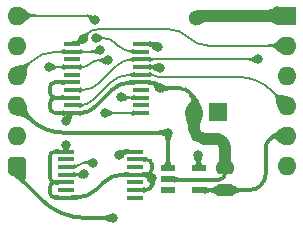
<source format=gtl>
%TF.GenerationSoftware,KiCad,Pcbnew,8.0.7*%
%TF.CreationDate,2025-03-13T08:57:24+02:00*%
%TF.ProjectId,HCP65 Native Memory Select,48435036-3520-44e6-9174-697665204d65,V0*%
%TF.SameCoordinates,Original*%
%TF.FileFunction,Copper,L1,Top*%
%TF.FilePolarity,Positive*%
%FSLAX46Y46*%
G04 Gerber Fmt 4.6, Leading zero omitted, Abs format (unit mm)*
G04 Created by KiCad (PCBNEW 8.0.7) date 2025-03-13 08:57:24*
%MOMM*%
%LPD*%
G01*
G04 APERTURE LIST*
G04 Aperture macros list*
%AMRoundRect*
0 Rectangle with rounded corners*
0 $1 Rounding radius*
0 $2 $3 $4 $5 $6 $7 $8 $9 X,Y pos of 4 corners*
0 Add a 4 corners polygon primitive as box body*
4,1,4,$2,$3,$4,$5,$6,$7,$8,$9,$2,$3,0*
0 Add four circle primitives for the rounded corners*
1,1,$1+$1,$2,$3*
1,1,$1+$1,$4,$5*
1,1,$1+$1,$6,$7*
1,1,$1+$1,$8,$9*
0 Add four rect primitives between the rounded corners*
20,1,$1+$1,$2,$3,$4,$5,0*
20,1,$1+$1,$4,$5,$6,$7,0*
20,1,$1+$1,$6,$7,$8,$9,0*
20,1,$1+$1,$8,$9,$2,$3,0*%
G04 Aperture macros list end*
%TA.AperFunction,ComponentPad*%
%ADD10C,1.500000*%
%TD*%
%TA.AperFunction,ComponentPad*%
%ADD11R,1.500000X1.500000*%
%TD*%
%TA.AperFunction,SMDPad,CuDef*%
%ADD12R,1.150000X0.600000*%
%TD*%
%TA.AperFunction,SMDPad,CuDef*%
%ADD13R,1.475000X0.450000*%
%TD*%
%TA.AperFunction,SMDPad,CuDef*%
%ADD14RoundRect,0.250000X0.475000X-0.250000X0.475000X0.250000X-0.475000X0.250000X-0.475000X-0.250000X0*%
%TD*%
%TA.AperFunction,ComponentPad*%
%ADD15R,1.600000X1.600000*%
%TD*%
%TA.AperFunction,ComponentPad*%
%ADD16O,1.600000X1.600000*%
%TD*%
%TA.AperFunction,ComponentPad*%
%ADD17RoundRect,0.400000X-0.400000X-0.400000X0.400000X-0.400000X0.400000X0.400000X-0.400000X0.400000X0*%
%TD*%
%TA.AperFunction,ViaPad*%
%ADD18C,0.800000*%
%TD*%
%TA.AperFunction,ViaPad*%
%ADD19C,1.300000*%
%TD*%
%TA.AperFunction,Conductor*%
%ADD20C,0.380000*%
%TD*%
%TA.AperFunction,Conductor*%
%ADD21C,1.000000*%
%TD*%
%TA.AperFunction,Conductor*%
%ADD22C,0.200000*%
%TD*%
G04 APERTURE END LIST*
D10*
%TO.P,C3,2*%
%TO.N,GND*%
X15017999Y-8128000D03*
D11*
%TO.P,C3,1*%
%TO.N,12V*%
X17018000Y-8128000D03*
%TD*%
D12*
%TO.P,IC1,5,14VIn*%
%TO.N,12V*%
X15397000Y-12893000D03*
%TO.P,IC1,4,5.0VOut*%
%TO.N,W65C816V*%
X15397000Y-14793000D03*
%TO.P,IC1,3,Bypass*%
%TO.N,unconnected-(IC1-Bypass-Pad3)*%
X12797000Y-14793000D03*
%TO.P,IC1,2,GND*%
%TO.N,GND*%
X12797000Y-13843000D03*
%TO.P,IC1,1,~{SHDN}*%
%TO.N,5V*%
X12797000Y-12893000D03*
%TD*%
D13*
%TO.P,IC2,14,3V*%
%TO.N,3V*%
X10050000Y-11512000D03*
%TO.P,IC2,13,6A*%
%TO.N,GND*%
X10050000Y-12162000D03*
%TO.P,IC2,12,6Y*%
%TO.N,unconnected-(IC2-6Y-Pad12)*%
X10050000Y-12812000D03*
%TO.P,IC2,11,5A*%
%TO.N,GND*%
X10050000Y-13462000D03*
%TO.P,IC2,10,5Y*%
%TO.N,unconnected-(IC2-5Y-Pad10)*%
X10050000Y-14112000D03*
%TO.P,IC2,9,4A*%
%TO.N,GND*%
X10050000Y-14762000D03*
%TO.P,IC2,8,4Y*%
%TO.N,unconnected-(IC2-4Y-Pad8)*%
X10050000Y-15412000D03*
%TO.P,IC2,7,GND*%
%TO.N,GND*%
X4174000Y-15412000D03*
%TO.P,IC2,6,3Y*%
%TO.N,unconnected-(IC2-3Y-Pad6)*%
X4174000Y-14762000D03*
%TO.P,IC2,5,3A*%
%TO.N,GND*%
X4174000Y-14112000D03*
%TO.P,IC2,4,2Y*%
%TO.N,~{Native Latch}*%
X4174000Y-13462000D03*
%TO.P,IC2,3,2A*%
%TO.N,Native Latch*%
X4174000Y-12812000D03*
%TO.P,IC2,2,1Y*%
%TO.N,unconnected-(IC2-1Y-Pad2)*%
X4174000Y-12162000D03*
%TO.P,IC2,1,1A*%
%TO.N,GND*%
X4174000Y-11512000D03*
%TD*%
D14*
%TO.P,C4,2*%
%TO.N,GND*%
X17653000Y-12877000D03*
%TO.P,C4,1*%
%TO.N,W65C816V*%
X17653000Y-14777000D03*
%TD*%
D15*
%TO.P,J2,12,Pin_12*%
%TO.N,GND*%
X22860000Y0D03*
D16*
%TO.P,J2,11,Pin_11*%
%TO.N,~{Native Latch}*%
X22860000Y-2540000D03*
%TO.P,J2,10,Pin_10*%
%TO.N,unconnected-(J2-Pin_10-Pad10)*%
X22860000Y-5080000D03*
%TO.P,J2,9,Pin_9*%
%TO.N,~{ROM_{OUT}}*%
X22860000Y-7620000D03*
%TO.P,J2,8,Pin_8*%
%TO.N,W65C816V*%
X22860000Y-10160000D03*
%TO.P,J2,7,Pin_7*%
%TO.N,~{RAM_{OUT}}*%
X22860000Y-12700000D03*
D17*
%TO.P,J2,6,Pin_6*%
%TO.N,3V*%
X0Y-12700000D03*
D16*
%TO.P,J2,5,Pin_5*%
%TO.N,~{ROM}_{IN}*%
X0Y-10160000D03*
%TO.P,J2,4,Pin_4*%
%TO.N,5V*%
X0Y-7620000D03*
%TO.P,J2,3,Pin_3*%
%TO.N,~{RAM}_{IN}*%
X0Y-5080000D03*
%TO.P,J2,2,Pin_2*%
%TO.N,12V*%
X0Y-2540000D03*
%TO.P,J2,1,Pin_1*%
%TO.N,Native Latch*%
X0Y0D03*
%TD*%
D13*
%TO.P,IC3,20,5V*%
%TO.N,5V*%
X10558000Y-2409000D03*
%TO.P,IC3,19,2~{OE}*%
%TO.N,Native Latch*%
X10558000Y-3059000D03*
%TO.P,IC3,18,1B1*%
%TO.N,~{RAM_{OUT}}*%
X10558000Y-3709000D03*
%TO.P,IC3,17,2A4*%
%TO.N,GND*%
X10558000Y-4359000D03*
%TO.P,IC3,16,1B2*%
%TO.N,~{ROM_{OUT}}*%
X10558000Y-5009000D03*
%TO.P,IC3,15,2A3*%
%TO.N,GND*%
X10558000Y-5659000D03*
%TO.P,IC3,14,1B3*%
%TO.N,unconnected-(IC3-1B3-Pad14)*%
X10558000Y-6309000D03*
%TO.P,IC3,13,2A2*%
%TO.N,~{ROM}_{IN}*%
X10558000Y-6959000D03*
%TO.P,IC3,12,1B4*%
%TO.N,unconnected-(IC3-1B4-Pad12)*%
X10558000Y-7609000D03*
%TO.P,IC3,11,2A1*%
%TO.N,~{RAM}_{IN}*%
X10558000Y-8259000D03*
%TO.P,IC3,10,GND*%
%TO.N,GND*%
X4682000Y-8259000D03*
%TO.P,IC3,9,2B1*%
%TO.N,~{ROM_{OUT}}*%
X4682000Y-7609000D03*
%TO.P,IC3,8,1A4*%
%TO.N,GND*%
X4682000Y-6959000D03*
%TO.P,IC3,7,2B2*%
%TO.N,~{RAM_{OUT}}*%
X4682000Y-6309000D03*
%TO.P,IC3,6,1A3*%
%TO.N,GND*%
X4682000Y-5659000D03*
%TO.P,IC3,5,2B3*%
%TO.N,unconnected-(IC3-2B3-Pad5)*%
X4682000Y-5009000D03*
%TO.P,IC3,4,1A2*%
%TO.N,~{ROM}_{IN}*%
X4682000Y-4359000D03*
%TO.P,IC3,3,2B4*%
%TO.N,unconnected-(IC3-2B4-Pad3)*%
X4682000Y-3709000D03*
%TO.P,IC3,2,1A1*%
%TO.N,~{RAM}_{IN}*%
X4682000Y-3059000D03*
%TO.P,IC3,1,1~{OE}*%
%TO.N,~{Native Latch}*%
X4682000Y-2409000D03*
%TD*%
D18*
%TO.N,GND*%
X12114000Y-6153963D03*
X4191000Y-8890000D03*
X11430000Y-13724502D03*
X4191000Y-10922000D03*
D19*
X15153273Y-214727D03*
D18*
X12114000Y-4445000D03*
%TO.N,3V*%
X8127996Y-17145000D03*
X8681028Y-11766014D03*
%TO.N,5V*%
X11938000Y-2649086D03*
X12827000Y-9906000D03*
%TO.N,12V*%
X15346282Y-11803501D03*
%TO.N,~{RAM_{OUT}}*%
X20447000Y-3683000D03*
%TO.N,Native Latch*%
X6477000Y-12446000D03*
X6674167Y-1915719D03*
X6595250Y-415719D03*
%TO.N,~{Native Latch}*%
X5692664Y-13457332D03*
X5628942Y-2015772D03*
%TO.N,~{ROM}_{IN}*%
X8836380Y-6899119D03*
X7724669Y-3787669D03*
X2708001Y-4358999D03*
%TO.N,~{RAM}_{IN}*%
X7493004Y-8255000D03*
X7060578Y-2892034D03*
%TD*%
D20*
%TO.N,5V*%
X12812000Y-9921000D02*
G75*
G03*
X12797005Y-9957213I36200J-36200D01*
G01*
X1143000Y-8763000D02*
G75*
G03*
X3902446Y-9906002I2759450J2759450D01*
G01*
X11817957Y-2529043D02*
G75*
G03*
X11528147Y-2408980I-289857J-289857D01*
G01*
%TO.N,GND*%
X6590510Y-7760489D02*
G75*
G02*
X5387000Y-8259005I-1203510J1203489D01*
G01*
D21*
X15519834Y0D02*
G75*
G03*
X15260611Y-107338I-34J-366600D01*
G01*
D20*
X2794000Y-13663884D02*
G75*
G03*
X2925245Y-13980755I448100J-16D01*
G01*
X14649981Y-6521981D02*
G75*
G02*
X15018029Y-7410455I-888481J-888519D01*
G01*
X2937750Y-7102750D02*
G75*
G03*
X2793997Y-7449793I347050J-347050D01*
G01*
X2937750Y-7102750D02*
G75*
G03*
X2937750Y-6815250I-143750J143750D01*
G01*
X3284793Y-6959000D02*
G75*
G03*
X2937752Y-7102752I7J-490800D01*
G01*
X2937750Y-6815250D02*
G75*
G03*
X3284793Y-6959003I347050J347050D01*
G01*
X2925250Y-15280750D02*
G75*
G03*
X3242115Y-15411994I316850J316850D01*
G01*
X9025500Y-13462000D02*
G75*
G03*
X7276561Y-14186423I0J-2473400D01*
G01*
X11430000Y-14313884D02*
G75*
G02*
X11298755Y-14630755I-448100J-16D01*
G01*
X2794000Y-7768206D02*
G75*
G03*
X2937752Y-8115248I490800J6D01*
G01*
X2925250Y-11643250D02*
G75*
G03*
X2794006Y-11960115I316850J-316850D01*
G01*
X9625000Y-5659000D02*
G75*
G03*
X8032261Y-6318722I0J-2252500D01*
G01*
X17653000Y-13381110D02*
G75*
G02*
X17505997Y-13735997I-501900J10D01*
G01*
X14649981Y-6521981D02*
G75*
G03*
X13761506Y-6153942I-888481J-888419D01*
G01*
X2925250Y-14243250D02*
G75*
G03*
X2925250Y-13980750I-131250J131250D01*
G01*
X3242115Y-14112000D02*
G75*
G03*
X2925245Y-14243245I-15J-448100D01*
G01*
X2925250Y-13980750D02*
G75*
G03*
X3242115Y-14111994I316850J316850D01*
G01*
X11430000Y-13013884D02*
G75*
G02*
X11298755Y-13330755I-448100J-16D01*
G01*
X3242115Y-5659000D02*
G75*
G03*
X2925245Y-5790245I-15J-448100D01*
G01*
X11298750Y-12293250D02*
G75*
G02*
X11429994Y-12610115I-316850J-316850D01*
G01*
D21*
X15254499Y-10174499D02*
G75*
G03*
X15825462Y-10411016I571001J570999D01*
G01*
D20*
X2794000Y-6468206D02*
G75*
G03*
X2937752Y-6815248I490800J6D01*
G01*
X11866518Y-5906481D02*
G75*
G03*
X11269045Y-5658981I-597518J-597519D01*
G01*
X11298750Y-14630750D02*
G75*
G02*
X10981884Y-14761994I-316850J316850D01*
G01*
X4240497Y-8700502D02*
G75*
G03*
X4191001Y-8820000I119503J-119498D01*
G01*
X17506000Y-13736000D02*
G75*
G02*
X17151110Y-13883004I-354900J354900D01*
G01*
D21*
X15017999Y-9603536D02*
G75*
G03*
X15254510Y-10174488I807501J36D01*
G01*
X17397500Y-10666500D02*
G75*
G02*
X17652987Y-11283331I-616800J-616800D01*
G01*
D20*
X10981884Y-13462000D02*
G75*
G03*
X11298755Y-13330755I16J448100D01*
G01*
X11298750Y-13593250D02*
G75*
G03*
X10981884Y-13462006I-316850J-316850D01*
G01*
X11298750Y-13330750D02*
G75*
G03*
X11298750Y-13593250I131250J-131250D01*
G01*
X6714619Y-14748380D02*
G75*
G02*
X5112500Y-15411996I-1602119J1602130D01*
G01*
X3242115Y-11512000D02*
G75*
G03*
X2925245Y-11643245I-15J-448100D01*
G01*
D21*
X17397500Y-10666500D02*
G75*
G03*
X16780668Y-10411013I-616800J-616800D01*
G01*
D20*
X2794000Y-14963884D02*
G75*
G03*
X2925245Y-15280755I448100J-16D01*
G01*
X2925250Y-14243250D02*
G75*
G03*
X2794006Y-14560115I316850J-316850D01*
G01*
X2925250Y-5790250D02*
G75*
G03*
X2794006Y-6107115I316850J-316850D01*
G01*
X2937750Y-8115250D02*
G75*
G03*
X3284793Y-8259003I347050J347050D01*
G01*
X11298750Y-12293250D02*
G75*
G03*
X10981884Y-12162006I-316850J-316850D01*
G01*
X12071000Y-4402000D02*
G75*
G03*
X11967188Y-4359005I-103800J-103800D01*
G01*
%TO.N,12V*%
X15371641Y-11828860D02*
G75*
G02*
X15397007Y-11890082I-61241J-61240D01*
G01*
D22*
%TO.N,~{RAM_{OUT}}*%
X6995222Y-5704777D02*
G75*
G02*
X5536500Y-6308998I-1458722J1458727D01*
G01*
X20434000Y-3696000D02*
G75*
G02*
X20402615Y-3709006I-31400J31400D01*
G01*
X9774500Y-3709000D02*
G75*
G03*
X8436989Y-4263026I0J-1891500D01*
G01*
%TO.N,~{RAM}_{IN}*%
X7495004Y-8257000D02*
G75*
G03*
X7499832Y-8258985I4796J4800D01*
G01*
X3351500Y-3059000D02*
G75*
G03*
X1080197Y-3999808I0J-3212100D01*
G01*
X6977095Y-2975517D02*
G75*
G02*
X6775549Y-3059043I-201595J201517D01*
G01*
%TO.N,~{Native Latch}*%
X14530140Y-1852859D02*
G75*
G03*
X16189044Y-2540002I1658910J1658909D01*
G01*
X5669773Y-1859451D02*
G75*
G03*
X5628946Y-1958027I98527J-98549D01*
G01*
X14530140Y-1852859D02*
G75*
G03*
X12871236Y-1165720I-1658900J-1658901D01*
G01*
X6882921Y-1165719D02*
G75*
G03*
X5996213Y-1532990I-21J-1253981D01*
G01*
X5690330Y-13459666D02*
G75*
G02*
X5684695Y-13461988I-5630J5666D01*
G01*
%TO.N,Native Latch*%
X8427089Y-2373589D02*
G75*
G03*
X7321693Y-1915728I-1105389J-1105411D01*
G01*
X8601438Y-2547938D02*
G75*
G03*
X9835250Y-3059001I1233812J1233808D01*
G01*
X5294500Y-12629000D02*
G75*
G02*
X4852698Y-12812000I-441800J441800D01*
G01*
X5736301Y-12446000D02*
G75*
G03*
X5294500Y-12629000I-1J-624800D01*
G01*
X6387390Y-207859D02*
G75*
G03*
X5885573Y-26I-501790J-501841D01*
G01*
%TO.N,~{ROM_{OUT}}*%
X11710339Y-5102000D02*
G75*
G03*
X11485817Y-5008981I-224539J-224500D01*
G01*
X6438912Y-7150087D02*
G75*
G02*
X5331000Y-7609006I-1107912J1107887D01*
G01*
X9569000Y-5009000D02*
G75*
G03*
X7880663Y-5708320I0J-2387700D01*
G01*
X21647500Y-6407500D02*
G75*
G03*
X18720266Y-5195002I-2927230J-2927230D01*
G01*
X11710339Y-5102000D02*
G75*
G03*
X11934860Y-5195034I224561J224500D01*
G01*
%TO.N,~{ROM}_{IN}*%
X8866320Y-6929059D02*
G75*
G03*
X8938603Y-6959005I72280J72259D01*
G01*
X6213665Y-4073334D02*
G75*
G02*
X5524007Y-4359012I-689665J689634D01*
G01*
X6903323Y-3787669D02*
G75*
G03*
X6213652Y-4073321I-23J-975331D01*
G01*
D20*
%TO.N,W65C816V*%
X20678500Y-14373500D02*
G75*
G02*
X19704364Y-14776985I-974100J974100D01*
G01*
X21082000Y-13399364D02*
G75*
G02*
X20678501Y-14373501I-1377650J4D01*
G01*
X21399500Y-10477500D02*
G75*
G03*
X21082005Y-11244012I766500J-766500D01*
G01*
X22166012Y-10160000D02*
G75*
G03*
X21399496Y-10477496I-12J-1084000D01*
G01*
%TO.N,3V*%
X2060022Y-15560021D02*
G75*
G03*
X5886498Y-17144999I3826478J3826481D01*
G01*
X0Y-13099999D02*
G75*
G03*
X282843Y-13782840I965680J-1D01*
G01*
X9114657Y-11512000D02*
G75*
G03*
X8808063Y-11639034I43J-433600D01*
G01*
%TO.N,GND*%
X3242115Y-15412000D02*
X4174000Y-15412000D01*
X9025500Y-13462000D02*
X10050000Y-13462000D01*
X3284793Y-6959000D02*
X4682000Y-6959000D01*
X6590510Y-7760489D02*
X8032269Y-6318730D01*
X4191000Y-10922000D02*
X4191000Y-11495000D01*
X12114000Y-4445000D02*
X12071000Y-4402000D01*
X10050000Y-13462000D02*
X10981884Y-13462000D01*
D21*
X15260636Y-107363D02*
X15153273Y-214727D01*
D20*
X4174000Y-15412000D02*
X5112500Y-15412000D01*
X13761506Y-6153963D02*
X12114000Y-6153963D01*
X3242115Y-14112000D02*
X4174000Y-14112000D01*
X10981884Y-14762000D02*
X10050000Y-14762000D01*
X10981884Y-12162000D02*
X10050000Y-12162000D01*
X4682000Y-8259000D02*
X4240497Y-8700502D01*
X4682000Y-8259000D02*
X3284793Y-8259000D01*
D21*
X15017999Y-9603536D02*
X15017999Y-8128000D01*
D20*
X15017999Y-7410455D02*
X15017999Y-8128000D01*
X11269045Y-5659000D02*
X10558000Y-5659000D01*
X9625000Y-5659000D02*
X10558000Y-5659000D01*
X17151110Y-13883000D02*
X12837000Y-13883000D01*
X11866518Y-5906481D02*
X12114000Y-6153963D01*
X11967188Y-4359000D02*
X10558000Y-4359000D01*
X2794000Y-6468206D02*
X2794000Y-6107115D01*
X4191000Y-8890000D02*
X4191000Y-8820000D01*
X3242115Y-5659000D02*
X4682000Y-5659000D01*
X11430000Y-14313884D02*
X11430000Y-13724500D01*
X3242115Y-11512000D02*
X4174000Y-11512000D01*
X17653000Y-12877000D02*
X17653000Y-13381110D01*
X2794000Y-13663884D02*
X2794000Y-11960115D01*
X2794000Y-7449793D02*
X2794000Y-7768206D01*
X7276568Y-14186430D02*
X6714619Y-14748380D01*
X2794000Y-14963884D02*
X2794000Y-14560115D01*
D21*
X15825462Y-10411000D02*
X16780668Y-10411000D01*
X17653000Y-12877000D02*
X17653000Y-11283331D01*
D20*
X11430000Y-13013884D02*
X11430000Y-12610115D01*
X11430000Y-13724500D02*
X11298750Y-13593250D01*
X5387000Y-8259000D02*
X4682000Y-8259000D01*
D21*
X15519834Y0D02*
X22860000Y0D01*
D20*
%TO.N,3V*%
X9114657Y-11512000D02*
X10050000Y-11512000D01*
X2060022Y-15560021D02*
X282842Y-13782841D01*
X8127996Y-17145000D02*
X5886498Y-17145000D01*
X8681028Y-11766014D02*
X8808035Y-11639007D01*
%TO.N,5V*%
X11528147Y-2409000D02*
X10558000Y-2409000D01*
X1143000Y-8763000D02*
X0Y-7620000D01*
X3902446Y-9906000D02*
X12827000Y-9906000D01*
X12812000Y-9921000D02*
X12827000Y-9906000D01*
X12797000Y-9957213D02*
X12797000Y-12893000D01*
X11817957Y-2529043D02*
X11938000Y-2649086D01*
%TO.N,12V*%
X15397000Y-11890082D02*
X15397000Y-12893000D01*
X15371641Y-11828860D02*
X15346282Y-11803501D01*
%TO.N,W65C816V*%
X15397000Y-14793000D02*
X17637000Y-14793000D01*
X21082000Y-13399364D02*
X21082000Y-11244012D01*
X22166012Y-10160000D02*
X22860000Y-10160000D01*
X19704364Y-14777000D02*
X17653000Y-14777000D01*
D22*
%TO.N,~{RAM_{OUT}}*%
X10558000Y-3709000D02*
X9774500Y-3709000D01*
X20402615Y-3709000D02*
X10558000Y-3709000D01*
X6995222Y-5704777D02*
X8436981Y-4263018D01*
X5536500Y-6309000D02*
X4682000Y-6309000D01*
X20447000Y-3683000D02*
X20434000Y-3696000D01*
%TO.N,~{ROM_{OUT}}*%
X5331000Y-7609000D02*
X4682000Y-7609000D01*
X21647500Y-6407500D02*
X22860000Y-7620000D01*
X11485817Y-5009000D02*
X10558000Y-5009000D01*
X9569000Y-5009000D02*
X10558000Y-5009000D01*
X18720266Y-5195000D02*
X11934860Y-5195000D01*
X6438912Y-7150087D02*
X7880671Y-5708328D01*
%TO.N,Native Latch*%
X4852698Y-12812000D02*
X4174000Y-12812000D01*
X7321693Y-1915719D02*
X6674167Y-1915719D01*
X5885573Y0D02*
X0Y0D01*
X6477000Y-12446000D02*
X5736301Y-12446000D01*
X8427089Y-2373589D02*
X8601438Y-2547938D01*
X6595250Y-415719D02*
X6387390Y-207859D01*
X9835250Y-3059000D02*
X10558000Y-3059000D01*
%TO.N,~{Native Latch}*%
X5684695Y-13462000D02*
X4174000Y-13462000D01*
X5692664Y-13457332D02*
X5690330Y-13459666D01*
X5628942Y-2015772D02*
X5628942Y-1958027D01*
X16189044Y-2540000D02*
X22860000Y-2540000D01*
X5628942Y-2015772D02*
X5235714Y-2409000D01*
X5669773Y-1859451D02*
X5996224Y-1533001D01*
X12871236Y-1165719D02*
X6882921Y-1165719D01*
%TO.N,~{ROM}_{IN}*%
X5524007Y-4359000D02*
X4682000Y-4359000D01*
X4682000Y-4359000D02*
X2708002Y-4359000D01*
X8866320Y-6929059D02*
X8836380Y-6899119D01*
X6903323Y-3787669D02*
X7724669Y-3787669D01*
X2708002Y-4359000D02*
X2708001Y-4358999D01*
X8938603Y-6959000D02*
X10558000Y-6959000D01*
%TO.N,~{RAM}_{IN}*%
X6775549Y-3059000D02*
X4682000Y-3059000D01*
X7060578Y-2892034D02*
X6977095Y-2975517D01*
X1080194Y-3999805D02*
X0Y-5080000D01*
X7499832Y-8259000D02*
X10558000Y-8259000D01*
X3351500Y-3059000D02*
X4682000Y-3059000D01*
X7493004Y-8255000D02*
X7495004Y-8257000D01*
%TD*%
%TA.AperFunction,Conductor*%
%TO.N,5V*%
G36*
X11231843Y-2219208D02*
G01*
X11397876Y-2222123D01*
X11398315Y-2222140D01*
X11524390Y-2229586D01*
X11524517Y-2229596D01*
X11627691Y-2238020D01*
X11633472Y-2238493D01*
X11633473Y-2238493D01*
X11633497Y-2238495D01*
X11759830Y-2245957D01*
X11926534Y-2248884D01*
X11934745Y-2252455D01*
X11938028Y-2260553D01*
X11938987Y-2644210D01*
X11935581Y-2652491D01*
X11935546Y-2652527D01*
X11664095Y-2923022D01*
X11655815Y-2926434D01*
X11647548Y-2922993D01*
X11646949Y-2922344D01*
X11562163Y-2823331D01*
X11561481Y-2822453D01*
X11497176Y-2731048D01*
X11497173Y-2731045D01*
X11435699Y-2660396D01*
X11435698Y-2660395D01*
X11351813Y-2615027D01*
X11351812Y-2615026D01*
X11351811Y-2615026D01*
X11295159Y-2608141D01*
X11230228Y-2600250D01*
X11222429Y-2595850D01*
X11219940Y-2588635D01*
X11219940Y-2230907D01*
X11223367Y-2222634D01*
X11231640Y-2219207D01*
X11231843Y-2219208D01*
G37*
%TD.AperFunction*%
%TD*%
%TA.AperFunction,Conductor*%
%TO.N,GND*%
G36*
X5423216Y-8034706D02*
G01*
X5458248Y-8041361D01*
X5496996Y-8046623D01*
X5535744Y-8049785D01*
X5574492Y-8050847D01*
X5602979Y-8050083D01*
X5611339Y-8053287D01*
X5614847Y-8059949D01*
X5670717Y-8412702D01*
X5668626Y-8421409D01*
X5660991Y-8426088D01*
X5660148Y-8426190D01*
X5622054Y-8429415D01*
X5571410Y-8435803D01*
X5520764Y-8444291D01*
X5470139Y-8454876D01*
X5422521Y-8466806D01*
X5416500Y-8466717D01*
X4719375Y-8269982D01*
X4712344Y-8264437D01*
X4711293Y-8255544D01*
X4716838Y-8248513D01*
X4719139Y-8247531D01*
X5366750Y-8050083D01*
X5416191Y-8035009D01*
X5419603Y-8034500D01*
X5421032Y-8034500D01*
X5423216Y-8034706D01*
G37*
%TD.AperFunction*%
%TD*%
%TA.AperFunction,Conductor*%
%TO.N,GND*%
G36*
X14937571Y-6570633D02*
G01*
X15153424Y-6860773D01*
X15312802Y-7074022D01*
X15313196Y-7074582D01*
X15438912Y-7265582D01*
X15439503Y-7266585D01*
X15561739Y-7499890D01*
X15562095Y-7500633D01*
X15706135Y-7830070D01*
X15706310Y-7839023D01*
X15700102Y-7845477D01*
X15699906Y-7845561D01*
X15023072Y-8126943D01*
X15014118Y-8126954D01*
X15014096Y-8126945D01*
X14337095Y-7845970D01*
X14330767Y-7839634D01*
X14330774Y-7830679D01*
X14331297Y-7829585D01*
X14467348Y-7579720D01*
X14468137Y-7578470D01*
X14613660Y-7378015D01*
X14718122Y-7202297D01*
X14736259Y-7016375D01*
X14736258Y-7016372D01*
X14736258Y-7016371D01*
X14660344Y-6860763D01*
X14627546Y-6793534D01*
X14626999Y-6784598D01*
X14631183Y-6778942D01*
X14921310Y-6568152D01*
X14930015Y-6566062D01*
X14937571Y-6570633D01*
G37*
%TD.AperFunction*%
%TD*%
%TA.AperFunction,Conductor*%
%TO.N,GND*%
G36*
X11354490Y-5476513D02*
G01*
X11413480Y-5490179D01*
X11472470Y-5501745D01*
X11531460Y-5511211D01*
X11575215Y-5516675D01*
X11583000Y-5521101D01*
X11585375Y-5529735D01*
X11584574Y-5532763D01*
X11448160Y-5862072D01*
X11441828Y-5868404D01*
X11436831Y-5869282D01*
X11415150Y-5868317D01*
X11415116Y-5868317D01*
X11385217Y-5869087D01*
X11385204Y-5869088D01*
X11355316Y-5871956D01*
X11325398Y-5876930D01*
X11304846Y-5881789D01*
X11298941Y-5883186D01*
X11296251Y-5883500D01*
X11295607Y-5883500D01*
X11292191Y-5882990D01*
X10596134Y-5670539D01*
X10589222Y-5664847D01*
X10588360Y-5655933D01*
X10594052Y-5649021D01*
X10596520Y-5648048D01*
X11292477Y-5461556D01*
X11298523Y-5461555D01*
X11354490Y-5476513D01*
G37*
%TD.AperFunction*%
%TD*%
%TA.AperFunction,Conductor*%
%TO.N,GND*%
G36*
X11527375Y-5502097D02*
G01*
X11708939Y-5544236D01*
X11709985Y-5544532D01*
X11842901Y-5589097D01*
X11844001Y-5589529D01*
X11955578Y-5640177D01*
X11955793Y-5640279D01*
X12084192Y-5703241D01*
X12210816Y-5759442D01*
X12256668Y-5779793D01*
X12262840Y-5786281D01*
X12262742Y-5794938D01*
X12115875Y-6151980D01*
X12113311Y-6155819D01*
X11841038Y-6426965D01*
X11832758Y-6430375D01*
X11824492Y-6426931D01*
X11823183Y-6425365D01*
X11730800Y-6292813D01*
X11729238Y-6289634D01*
X11686181Y-6152780D01*
X11686020Y-6152221D01*
X11685957Y-6151980D01*
X11654129Y-6029905D01*
X11587914Y-5933214D01*
X11587915Y-5933214D01*
X11450302Y-5875752D01*
X11443988Y-5869401D01*
X11443335Y-5862672D01*
X11513257Y-5511210D01*
X11518232Y-5503767D01*
X11527015Y-5502020D01*
X11527375Y-5502097D01*
G37*
%TD.AperFunction*%
%TD*%
%TA.AperFunction,Conductor*%
%TO.N,GND*%
G36*
X10843508Y-13272444D02*
G01*
X10979681Y-13277441D01*
X10980665Y-13277521D01*
X11085110Y-13290448D01*
X11085589Y-13290518D01*
X11176021Y-13306021D01*
X11176037Y-13306023D01*
X11176054Y-13306026D01*
X11226573Y-13312278D01*
X11281212Y-13319041D01*
X11418757Y-13324089D01*
X11426899Y-13327817D01*
X11430028Y-13335752D01*
X11430987Y-13719626D01*
X11427581Y-13727907D01*
X11427546Y-13727943D01*
X11156791Y-13997743D01*
X11148511Y-14001155D01*
X11140244Y-13997714D01*
X11139103Y-13996382D01*
X11073404Y-13906950D01*
X11072063Y-13904593D01*
X11031852Y-13809656D01*
X11031834Y-13809614D01*
X11031834Y-13809613D01*
X11018625Y-13779086D01*
X10996813Y-13728676D01*
X10939362Y-13672821D01*
X10840870Y-13653828D01*
X10833395Y-13648897D01*
X10831385Y-13642340D01*
X10831385Y-13284137D01*
X10834812Y-13275864D01*
X10843085Y-13272437D01*
X10843508Y-13272444D01*
G37*
%TD.AperFunction*%
%TD*%
%TA.AperFunction,Conductor*%
%TO.N,GND*%
G36*
X10732715Y-13272372D02*
G01*
X10896468Y-13277446D01*
X10897297Y-13277502D01*
X11021388Y-13290459D01*
X11021781Y-13290507D01*
X11129121Y-13306021D01*
X11253816Y-13319041D01*
X11418691Y-13324151D01*
X11426853Y-13327832D01*
X11430028Y-13335816D01*
X11430987Y-13719626D01*
X11427581Y-13727907D01*
X11427546Y-13727943D01*
X11156241Y-13998292D01*
X11147961Y-14001704D01*
X11139694Y-13998263D01*
X11138979Y-13997475D01*
X11054555Y-13895591D01*
X11053693Y-13894404D01*
X10992198Y-13797481D01*
X10992195Y-13797477D01*
X10934197Y-13720559D01*
X10934196Y-13720558D01*
X10852797Y-13670115D01*
X10730818Y-13653386D01*
X10723089Y-13648867D01*
X10720710Y-13641795D01*
X10720710Y-13284067D01*
X10724137Y-13275794D01*
X10732410Y-13272367D01*
X10732715Y-13272372D01*
G37*
%TD.AperFunction*%
%TD*%
%TA.AperFunction,Conductor*%
%TO.N,Native Latch*%
G36*
X9826636Y-2835870D02*
G01*
X10521066Y-3047594D01*
X10527980Y-3053284D01*
X10528845Y-3062197D01*
X10523155Y-3069111D01*
X10520865Y-3070036D01*
X9826555Y-3268199D01*
X9817659Y-3267174D01*
X9815721Y-3265823D01*
X9772632Y-3228812D01*
X9772630Y-3228810D01*
X9772627Y-3228808D01*
X9724755Y-3195189D01*
X9716752Y-3190823D01*
X9676881Y-3169069D01*
X9676874Y-3169066D01*
X9629020Y-3150454D01*
X9629014Y-3150452D01*
X9591751Y-3141797D01*
X9584468Y-3136587D01*
X9582842Y-3128571D01*
X9611124Y-2950003D01*
X9615803Y-2942369D01*
X9620601Y-2940321D01*
X9654039Y-2934296D01*
X9695654Y-2919767D01*
X9737270Y-2898208D01*
X9778885Y-2869619D01*
X9815624Y-2838173D01*
X9824136Y-2835398D01*
X9826636Y-2835870D01*
G37*
%TD.AperFunction*%
%TD*%
%TA.AperFunction,Conductor*%
%TO.N,Native Latch*%
G36*
X4914582Y-12589641D02*
G01*
X4916292Y-12590753D01*
X4935325Y-12605660D01*
X4944465Y-12612819D01*
X4944467Y-12612820D01*
X4977435Y-12633209D01*
X5010402Y-12648169D01*
X5043370Y-12657698D01*
X5070560Y-12661079D01*
X5078347Y-12665501D01*
X5079249Y-12666840D01*
X5168913Y-12822144D01*
X5170081Y-12831022D01*
X5164630Y-12838127D01*
X5162099Y-12839213D01*
X5123382Y-12850667D01*
X5123364Y-12850674D01*
X5070407Y-12873840D01*
X5070399Y-12873844D01*
X5017438Y-12904510D01*
X5017429Y-12904516D01*
X4964480Y-12942674D01*
X4964462Y-12942688D01*
X4916031Y-12984447D01*
X4907528Y-12987254D01*
X4905680Y-12986968D01*
X4215055Y-12822483D01*
X4207801Y-12817232D01*
X4206384Y-12808390D01*
X4211635Y-12801136D01*
X4214343Y-12799913D01*
X4905670Y-12588780D01*
X4914582Y-12589641D01*
G37*
%TD.AperFunction*%
%TD*%
%TA.AperFunction,Conductor*%
%TO.N,Native Latch*%
G36*
X5948513Y97833D02*
G01*
X6100013Y84353D01*
X6101809Y84051D01*
X6215795Y55601D01*
X6216660Y55349D01*
X6315013Y22582D01*
X6430335Y-4480D01*
X6584373Y-14977D01*
X6592393Y-18958D01*
X6595277Y-26621D01*
X6596229Y-407892D01*
X6592823Y-416173D01*
X6588996Y-418735D01*
X6237592Y-563879D01*
X6228637Y-563870D01*
X6222311Y-557532D01*
X6221936Y-556485D01*
X6181225Y-423286D01*
X6180933Y-422119D01*
X6175672Y-395311D01*
X6156105Y-295584D01*
X6124093Y-194720D01*
X6058239Y-127426D01*
X5941283Y-102996D01*
X5933886Y-97951D01*
X5931979Y-91296D01*
X5935779Y86430D01*
X5939382Y94627D01*
X5947726Y97876D01*
X5948513Y97833D01*
G37*
%TD.AperFunction*%
%TD*%
%TA.AperFunction,Conductor*%
%TO.N,~{ROM_{OUT}}*%
G36*
X5422574Y-7386645D02*
G01*
X5424300Y-7387769D01*
X5460901Y-7416514D01*
X5502302Y-7442203D01*
X5543704Y-7461069D01*
X5585105Y-7473110D01*
X5585110Y-7473110D01*
X5585115Y-7473112D01*
X5610652Y-7476329D01*
X5617787Y-7477228D01*
X5625567Y-7481662D01*
X5627881Y-7487006D01*
X5656112Y-7665248D01*
X5654022Y-7673955D01*
X5647358Y-7678437D01*
X5610149Y-7687615D01*
X5610128Y-7687622D01*
X5562474Y-7706877D01*
X5514815Y-7733634D01*
X5514811Y-7733637D01*
X5467154Y-7767892D01*
X5424219Y-7805512D01*
X5415738Y-7808387D01*
X5413444Y-7808003D01*
X4720202Y-7619795D01*
X4713115Y-7614321D01*
X4711976Y-7605439D01*
X4717450Y-7598352D01*
X4719850Y-7597314D01*
X5413661Y-7385780D01*
X5422574Y-7386645D01*
G37*
%TD.AperFunction*%
%TD*%
%TA.AperFunction,Conductor*%
%TO.N,W65C816V*%
G36*
X22302035Y-9602016D02*
G01*
X22622204Y-9921386D01*
X22855149Y-10153750D01*
X22858586Y-10162018D01*
X22857693Y-10166515D01*
X22558892Y-10886954D01*
X22552557Y-10893283D01*
X22543603Y-10893279D01*
X22542374Y-10892684D01*
X22296288Y-10755058D01*
X22294959Y-10754191D01*
X22090271Y-10599975D01*
X21912322Y-10488526D01*
X21736183Y-10473822D01*
X21736180Y-10473822D01*
X21544138Y-10604043D01*
X21535368Y-10605849D01*
X21529452Y-10602782D01*
X21271743Y-10354335D01*
X21268166Y-10346127D01*
X21271441Y-10337793D01*
X21272005Y-10337246D01*
X21496037Y-10135047D01*
X21497561Y-10133886D01*
X21686767Y-10012943D01*
X21687680Y-10012417D01*
X21863819Y-9921395D01*
X22056282Y-9801612D01*
X22286091Y-9601476D01*
X22294580Y-9598628D01*
X22302035Y-9602016D01*
G37*
%TD.AperFunction*%
%TD*%
%TA.AperFunction,Conductor*%
%TO.N,3V*%
G36*
X8349Y-12703825D02*
G01*
X792803Y-13096398D01*
X798668Y-13103165D01*
X799211Y-13108008D01*
X787998Y-13221857D01*
X775997Y-13369915D01*
X775993Y-13369970D01*
X775992Y-13369985D01*
X764000Y-13544121D01*
X751997Y-13744592D01*
X751998Y-13744593D01*
X740232Y-13966812D01*
X736821Y-13974466D01*
X480058Y-14231229D01*
X471785Y-14234656D01*
X463512Y-14231229D01*
X463049Y-14230739D01*
X462852Y-14230518D01*
X269324Y-14013283D01*
X194330Y-13942692D01*
X67367Y-13823182D01*
X67363Y-13823179D01*
X67360Y-13823176D01*
X67355Y-13823172D01*
X-134613Y-13669661D01*
X-134618Y-13669658D01*
X-336584Y-13552748D01*
X-336583Y-13552748D01*
X-524849Y-13477888D01*
X-531271Y-13471647D01*
X-531398Y-13462693D01*
X-530131Y-13460335D01*
X-502136Y-13420093D01*
X-6489Y-12707605D01*
X1046Y-12702772D01*
X8349Y-12703825D01*
G37*
%TD.AperFunction*%
%TD*%
%TA.AperFunction,Conductor*%
%TO.N,3V*%
G36*
X9389981Y-11325522D02*
G01*
X9393621Y-11333703D01*
X9393625Y-11334006D01*
X9393625Y-11691736D01*
X9390198Y-11700009D01*
X9383448Y-11703336D01*
X9261641Y-11719327D01*
X9179294Y-11767859D01*
X9119970Y-11842408D01*
X9119967Y-11842411D01*
X9057407Y-11937238D01*
X9056605Y-11938315D01*
X8972063Y-12039090D01*
X8964120Y-12043225D01*
X8955579Y-12040534D01*
X8954840Y-12039858D01*
X8683481Y-11769455D01*
X8680040Y-11761188D01*
X8680040Y-11761138D01*
X8680999Y-11377384D01*
X8684447Y-11369121D01*
X8692393Y-11365719D01*
X8857947Y-11361436D01*
X8983266Y-11350521D01*
X9091214Y-11337512D01*
X9091555Y-11337477D01*
X9216376Y-11326605D01*
X9217040Y-11326568D01*
X9381623Y-11322310D01*
X9389981Y-11325522D01*
G37*
%TD.AperFunction*%
%TD*%
%TA.AperFunction,Conductor*%
%TO.N,GND*%
G36*
X3439837Y-15188018D02*
G01*
X4138264Y-15400821D01*
X4145179Y-15406510D01*
X4146046Y-15415423D01*
X4140357Y-15422338D01*
X4138264Y-15423205D01*
X3439794Y-15635996D01*
X3433186Y-15636058D01*
X3397103Y-15625804D01*
X3397076Y-15625797D01*
X3397069Y-15625795D01*
X3397062Y-15625793D01*
X3397049Y-15625790D01*
X3357641Y-15616691D01*
X3339066Y-15613392D01*
X3318208Y-15609687D01*
X3278777Y-15604783D01*
X3250377Y-15602763D01*
X3242368Y-15598757D01*
X3239508Y-15590922D01*
X3244726Y-15232734D01*
X3248273Y-15224514D01*
X3255568Y-15221239D01*
X3283206Y-15219217D01*
X3283228Y-15219214D01*
X3283230Y-15219214D01*
X3321482Y-15214319D01*
X3321481Y-15214319D01*
X3321529Y-15214313D01*
X3346063Y-15209829D01*
X3359833Y-15207313D01*
X3359845Y-15207310D01*
X3359853Y-15207309D01*
X3359860Y-15207307D01*
X3359871Y-15207305D01*
X3386099Y-15201073D01*
X3398176Y-15198205D01*
X3433150Y-15187981D01*
X3439837Y-15188018D01*
G37*
%TD.AperFunction*%
%TD*%
%TA.AperFunction,Conductor*%
%TO.N,GND*%
G36*
X9315808Y-13238008D02*
G01*
X10014265Y-13450808D01*
X10021180Y-13456497D01*
X10022047Y-13465410D01*
X10016358Y-13472325D01*
X10014265Y-13473192D01*
X9315808Y-13685992D01*
X9312398Y-13686500D01*
X9311927Y-13686500D01*
X9309101Y-13686154D01*
X9308450Y-13685992D01*
X9267500Y-13675799D01*
X9222499Y-13666699D01*
X9222498Y-13666698D01*
X9222484Y-13666696D01*
X9177501Y-13659699D01*
X9177492Y-13659698D01*
X9132523Y-13654802D01*
X9132503Y-13654800D01*
X9132500Y-13654800D01*
X9132496Y-13654799D01*
X9132475Y-13654798D01*
X9098473Y-13652682D01*
X9090429Y-13648748D01*
X9087500Y-13641005D01*
X9087500Y-13282994D01*
X9090927Y-13274721D01*
X9098473Y-13271317D01*
X9098972Y-13271285D01*
X9132500Y-13269199D01*
X9168209Y-13265310D01*
X9177491Y-13264300D01*
X9177501Y-13264299D01*
X9199228Y-13260919D01*
X9222500Y-13257300D01*
X9267500Y-13248200D01*
X9309101Y-13237846D01*
X9311927Y-13237500D01*
X9312398Y-13237500D01*
X9315808Y-13238008D01*
G37*
%TD.AperFunction*%
%TD*%
%TA.AperFunction,Conductor*%
%TO.N,GND*%
G36*
X3947808Y-6735008D02*
G01*
X4646265Y-6947808D01*
X4653180Y-6953497D01*
X4654047Y-6962410D01*
X4648358Y-6969325D01*
X4646265Y-6970192D01*
X3947808Y-7182992D01*
X3944398Y-7183500D01*
X3943927Y-7183500D01*
X3941101Y-7183154D01*
X3940450Y-7182992D01*
X3899500Y-7172799D01*
X3854500Y-7163699D01*
X3854499Y-7163698D01*
X3854485Y-7163696D01*
X3809502Y-7156699D01*
X3809492Y-7156698D01*
X3764523Y-7151802D01*
X3764503Y-7151800D01*
X3764500Y-7151800D01*
X3764496Y-7151799D01*
X3764475Y-7151798D01*
X3730473Y-7149682D01*
X3722429Y-7145748D01*
X3719500Y-7138005D01*
X3719500Y-6779994D01*
X3722927Y-6771721D01*
X3730473Y-6768317D01*
X3730972Y-6768285D01*
X3764500Y-6766199D01*
X3800210Y-6762310D01*
X3809492Y-6761300D01*
X3809502Y-6761299D01*
X3831227Y-6757919D01*
X3854500Y-6754300D01*
X3899500Y-6745200D01*
X3941101Y-6734846D01*
X3943927Y-6734500D01*
X3944398Y-6734500D01*
X3947808Y-6735008D01*
G37*
%TD.AperFunction*%
%TD*%
%TA.AperFunction,Conductor*%
%TO.N,GND*%
G36*
X4378773Y-11065427D02*
G01*
X4382131Y-11072438D01*
X4386335Y-11111200D01*
X4391671Y-11158300D01*
X4396276Y-11197144D01*
X4397002Y-11203267D01*
X4402347Y-11246237D01*
X4406914Y-11281164D01*
X4404589Y-11289812D01*
X4403447Y-11291091D01*
X4182447Y-11504830D01*
X4174118Y-11508118D01*
X4165904Y-11504554D01*
X3961650Y-11291477D01*
X3958400Y-11283135D01*
X3958655Y-11280940D01*
X3966087Y-11246200D01*
X3974815Y-11203300D01*
X3983543Y-11158300D01*
X3992271Y-11111200D01*
X3999287Y-11071656D01*
X4004106Y-11064109D01*
X4010807Y-11062000D01*
X4370500Y-11062000D01*
X4378773Y-11065427D01*
G37*
%TD.AperFunction*%
%TD*%
%TA.AperFunction,Conductor*%
%TO.N,GND*%
G36*
X4548908Y-11070218D02*
G01*
X4555226Y-11076565D01*
X4555205Y-11085519D01*
X4554836Y-11086318D01*
X4508682Y-11177126D01*
X4507874Y-11178482D01*
X4459579Y-11248287D01*
X4419034Y-11309295D01*
X4391284Y-11383891D01*
X4391283Y-11383899D01*
X4381983Y-11484378D01*
X4377808Y-11492300D01*
X4370333Y-11495000D01*
X4011667Y-11495000D01*
X4003394Y-11491573D01*
X4000017Y-11484378D01*
X3997036Y-11452187D01*
X3990715Y-11383893D01*
X3962964Y-11309296D01*
X3962964Y-11309295D01*
X3922418Y-11248287D01*
X3922416Y-11248284D01*
X3922400Y-11248260D01*
X3874120Y-11178475D01*
X3873320Y-11177133D01*
X3827162Y-11086317D01*
X3826469Y-11077390D01*
X3832292Y-11070587D01*
X3833072Y-11070226D01*
X4186500Y-10922875D01*
X4195449Y-10922855D01*
X4548908Y-11070218D01*
G37*
%TD.AperFunction*%
%TD*%
%TA.AperFunction,Conductor*%
%TO.N,GND*%
G36*
X10825823Y-13248205D02*
G01*
X10825843Y-13248209D01*
X10825852Y-13248212D01*
X10864127Y-13257305D01*
X10864165Y-13257313D01*
X10885232Y-13261162D01*
X10902469Y-13264313D01*
X10902510Y-13264318D01*
X10902515Y-13264319D01*
X10940767Y-13269214D01*
X10940770Y-13269214D01*
X10940792Y-13269217D01*
X10968429Y-13271239D01*
X10976428Y-13275259D01*
X10979272Y-13282737D01*
X10984490Y-13640922D01*
X10981184Y-13649244D01*
X10973621Y-13652763D01*
X10945221Y-13654783D01*
X10945220Y-13654783D01*
X10905798Y-13659686D01*
X10905795Y-13659686D01*
X10905791Y-13659687D01*
X10895734Y-13661473D01*
X10866356Y-13666691D01*
X10826927Y-13675795D01*
X10826924Y-13675796D01*
X10790828Y-13686054D01*
X10787630Y-13686500D01*
X10787602Y-13686500D01*
X10784192Y-13685992D01*
X10085735Y-13473205D01*
X10078820Y-13467516D01*
X10077953Y-13458603D01*
X10083642Y-13451688D01*
X10085729Y-13450823D01*
X10784162Y-13238018D01*
X10790849Y-13237981D01*
X10825823Y-13248205D01*
G37*
%TD.AperFunction*%
%TD*%
%TA.AperFunction,Conductor*%
%TO.N,GND*%
G36*
X4914824Y-15187941D02*
G01*
X4951158Y-15198205D01*
X4990805Y-15207306D01*
X4990813Y-15207307D01*
X4990820Y-15207309D01*
X5030480Y-15214312D01*
X5070140Y-15219216D01*
X5099080Y-15221262D01*
X5107089Y-15225263D01*
X5109952Y-15232766D01*
X5115042Y-15590902D01*
X5111733Y-15599223D01*
X5104146Y-15602740D01*
X5074487Y-15604780D01*
X5074436Y-15604785D01*
X5033724Y-15609686D01*
X5033709Y-15609688D01*
X4992966Y-15616694D01*
X4952226Y-15625799D01*
X4952224Y-15625799D01*
X4914768Y-15636100D01*
X4908256Y-15636011D01*
X4209735Y-15423205D01*
X4202820Y-15417516D01*
X4201953Y-15408603D01*
X4207642Y-15401688D01*
X4209729Y-15400823D01*
X4785926Y-15225263D01*
X4908199Y-15188008D01*
X4911609Y-15187500D01*
X4911643Y-15187500D01*
X4914824Y-15187941D01*
G37*
%TD.AperFunction*%
%TD*%
%TA.AperFunction,Conductor*%
%TO.N,GND*%
G36*
X12277778Y-5789136D02*
G01*
X12277954Y-5789211D01*
X12421219Y-5852413D01*
X12457212Y-5868870D01*
X12532076Y-5903102D01*
X12532087Y-5903106D01*
X12532091Y-5903108D01*
X12630582Y-5937757D01*
X12630585Y-5937758D01*
X12747580Y-5957620D01*
X12747581Y-5957620D01*
X12747587Y-5957621D01*
X12902746Y-5963534D01*
X12910882Y-5967274D01*
X12914000Y-5975226D01*
X12914000Y-6332699D01*
X12910573Y-6340972D01*
X12902746Y-6344391D01*
X12747580Y-6350303D01*
X12630585Y-6370165D01*
X12532089Y-6404816D01*
X12532076Y-6404821D01*
X12421337Y-6455456D01*
X12421195Y-6455521D01*
X12277999Y-6518695D01*
X12269046Y-6518899D01*
X12262571Y-6512713D01*
X12262477Y-6512492D01*
X12238725Y-6455521D01*
X12114875Y-6158462D01*
X12114855Y-6149513D01*
X12262478Y-5795431D01*
X12268824Y-5789115D01*
X12277778Y-5789136D01*
G37*
%TD.AperFunction*%
%TD*%
%TA.AperFunction,Conductor*%
%TO.N,GND*%
G36*
X3439808Y-13888008D02*
G01*
X3560428Y-13924755D01*
X4138265Y-14100794D01*
X4145179Y-14106483D01*
X4146046Y-14115396D01*
X4140357Y-14122311D01*
X4138264Y-14123178D01*
X3439840Y-14335979D01*
X3433147Y-14336016D01*
X3422741Y-14332974D01*
X3398178Y-14325793D01*
X3398146Y-14325785D01*
X3359871Y-14316692D01*
X3359833Y-14316684D01*
X3321532Y-14309685D01*
X3321526Y-14309684D01*
X3283230Y-14304784D01*
X3283210Y-14304782D01*
X3283206Y-14304782D01*
X3276329Y-14304279D01*
X3255571Y-14302760D01*
X3247570Y-14298738D01*
X3244726Y-14291263D01*
X3239508Y-13933076D01*
X3242814Y-13924755D01*
X3250376Y-13921236D01*
X3278777Y-13919216D01*
X3318208Y-13914312D01*
X3357638Y-13907308D01*
X3397069Y-13898204D01*
X3433171Y-13887945D01*
X3436368Y-13887500D01*
X3436398Y-13887500D01*
X3439808Y-13888008D01*
G37*
%TD.AperFunction*%
%TD*%
%TA.AperFunction,Conductor*%
%TO.N,GND*%
G36*
X10825823Y-14548205D02*
G01*
X10825843Y-14548209D01*
X10825852Y-14548212D01*
X10864127Y-14557305D01*
X10864165Y-14557313D01*
X10885232Y-14561162D01*
X10902469Y-14564313D01*
X10902510Y-14564318D01*
X10902515Y-14564319D01*
X10940767Y-14569214D01*
X10940770Y-14569214D01*
X10940792Y-14569217D01*
X10968429Y-14571239D01*
X10976428Y-14575259D01*
X10979272Y-14582737D01*
X10984490Y-14940922D01*
X10981184Y-14949244D01*
X10973621Y-14952763D01*
X10945221Y-14954783D01*
X10945220Y-14954783D01*
X10905798Y-14959686D01*
X10905795Y-14959686D01*
X10905791Y-14959687D01*
X10895734Y-14961473D01*
X10866356Y-14966691D01*
X10826927Y-14975795D01*
X10826924Y-14975796D01*
X10790828Y-14986054D01*
X10787630Y-14986500D01*
X10787602Y-14986500D01*
X10784192Y-14985992D01*
X10085735Y-14773205D01*
X10078820Y-14767516D01*
X10077953Y-14758603D01*
X10083642Y-14751688D01*
X10085729Y-14750823D01*
X10784162Y-14538018D01*
X10790849Y-14537981D01*
X10825823Y-14548205D01*
G37*
%TD.AperFunction*%
%TD*%
%TA.AperFunction,Conductor*%
%TO.N,GND*%
G36*
X10790828Y-11937945D02*
G01*
X10826930Y-11948204D01*
X10866360Y-11957308D01*
X10905791Y-11964312D01*
X10945221Y-11969216D01*
X10973621Y-11971236D01*
X10981630Y-11975242D01*
X10984490Y-11983077D01*
X10979272Y-12341261D01*
X10975725Y-12349484D01*
X10968427Y-12352760D01*
X10945708Y-12354422D01*
X10940792Y-12354782D01*
X10940788Y-12354782D01*
X10940767Y-12354784D01*
X10902471Y-12359684D01*
X10902465Y-12359685D01*
X10864165Y-12366684D01*
X10864127Y-12366692D01*
X10825852Y-12375785D01*
X10825820Y-12375793D01*
X10790852Y-12386017D01*
X10784159Y-12385979D01*
X10085735Y-12173178D01*
X10078820Y-12167489D01*
X10077953Y-12158576D01*
X10083642Y-12151661D01*
X10085727Y-12150797D01*
X10675123Y-11971236D01*
X10784192Y-11938008D01*
X10787602Y-11937500D01*
X10787632Y-11937500D01*
X10790828Y-11937945D01*
G37*
%TD.AperFunction*%
%TD*%
%TA.AperFunction,Conductor*%
%TO.N,GND*%
G36*
X4687143Y-8269119D02*
G01*
X4687163Y-8269167D01*
X4771865Y-8475868D01*
X4771831Y-8484822D01*
X4768317Y-8489465D01*
X4706609Y-8538488D01*
X4638028Y-8595071D01*
X4569404Y-8653790D01*
X4500856Y-8714544D01*
X4440508Y-8769877D01*
X4432094Y-8772942D01*
X4424328Y-8769526D01*
X4164267Y-8509465D01*
X4162964Y-8507914D01*
X4158604Y-8501703D01*
X4153659Y-8495710D01*
X4153650Y-8495699D01*
X4153398Y-8495447D01*
X4149972Y-8487175D01*
X4153399Y-8478902D01*
X4157182Y-8476372D01*
X4671853Y-8262796D01*
X4680807Y-8262791D01*
X4687143Y-8269119D01*
G37*
%TD.AperFunction*%
%TD*%
%TA.AperFunction,Conductor*%
%TO.N,GND*%
G36*
X4546207Y-8141684D02*
G01*
X4799611Y-8395088D01*
X4803038Y-8403361D01*
X4800380Y-8410786D01*
X4700901Y-8531937D01*
X4700900Y-8531938D01*
X4700900Y-8531939D01*
X4653319Y-8641556D01*
X4634188Y-8750546D01*
X4634177Y-8750610D01*
X4634177Y-8750613D01*
X4613465Y-8877164D01*
X4613063Y-8878837D01*
X4564415Y-9030988D01*
X4558632Y-9037825D01*
X4549708Y-9038569D01*
X4548824Y-9038247D01*
X4448125Y-8996808D01*
X4192472Y-8891603D01*
X4188630Y-8889035D01*
X3916890Y-8615934D01*
X3913484Y-8607653D01*
X3916932Y-8599388D01*
X3917383Y-8598963D01*
X4053354Y-8478217D01*
X4054622Y-8477239D01*
X4169787Y-8400667D01*
X4170488Y-8400238D01*
X4276434Y-8340605D01*
X4392610Y-8263361D01*
X4530167Y-8141208D01*
X4538627Y-8138278D01*
X4546207Y-8141684D01*
G37*
%TD.AperFunction*%
%TD*%
%TA.AperFunction,Conductor*%
%TO.N,GND*%
G36*
X3947808Y-8035008D02*
G01*
X4646265Y-8247808D01*
X4653180Y-8253497D01*
X4654047Y-8262410D01*
X4648358Y-8269325D01*
X4646265Y-8270192D01*
X3947596Y-8483056D01*
X3941360Y-8483218D01*
X3926252Y-8479458D01*
X3899500Y-8472799D01*
X3854500Y-8463699D01*
X3854499Y-8463698D01*
X3854485Y-8463696D01*
X3809502Y-8456699D01*
X3809492Y-8456698D01*
X3764523Y-8451802D01*
X3764503Y-8451800D01*
X3764500Y-8451800D01*
X3764496Y-8451799D01*
X3764475Y-8451798D01*
X3730473Y-8449682D01*
X3722429Y-8445748D01*
X3719500Y-8438005D01*
X3719500Y-8079994D01*
X3722927Y-8071721D01*
X3730473Y-8068317D01*
X3730972Y-8068285D01*
X3764500Y-8066199D01*
X3800210Y-8062310D01*
X3809492Y-8061300D01*
X3809502Y-8061299D01*
X3831227Y-8057919D01*
X3854500Y-8054300D01*
X3899500Y-8045200D01*
X3941101Y-8034846D01*
X3943927Y-8034500D01*
X3944398Y-8034500D01*
X3947808Y-8035008D01*
G37*
%TD.AperFunction*%
%TD*%
%TA.AperFunction,Conductor*%
%TO.N,GND*%
G36*
X15755437Y-8127983D02*
G01*
X15763705Y-8131421D01*
X15767121Y-8139699D01*
X15767090Y-8140529D01*
X15741397Y-8494822D01*
X15741089Y-8496772D01*
X15678101Y-8752674D01*
X15677817Y-8753646D01*
X15602967Y-8973707D01*
X15602965Y-8973715D01*
X15541297Y-9231058D01*
X15518665Y-9587997D01*
X15514721Y-9596037D01*
X15507098Y-9598956D01*
X14528950Y-9608114D01*
X14520645Y-9604765D01*
X14517176Y-9597322D01*
X14489319Y-9238116D01*
X14426976Y-8979109D01*
X14354140Y-8757610D01*
X14353864Y-8756627D01*
X14353054Y-8753170D01*
X14293541Y-8499036D01*
X14293261Y-8497169D01*
X14293100Y-8494822D01*
X14268853Y-8140481D01*
X14271707Y-8131994D01*
X14279727Y-8128010D01*
X14280499Y-8127983D01*
X15017990Y-8127001D01*
X15755437Y-8127983D01*
G37*
%TD.AperFunction*%
%TD*%
%TA.AperFunction,Conductor*%
%TO.N,GND*%
G36*
X9825862Y-5435633D02*
G01*
X10522265Y-5647794D01*
X10529179Y-5653483D01*
X10530046Y-5662396D01*
X10524357Y-5669311D01*
X10522264Y-5670178D01*
X9823832Y-5882981D01*
X9817156Y-5883024D01*
X9781962Y-5872791D01*
X9743449Y-5863691D01*
X9743435Y-5863688D01*
X9704927Y-5856688D01*
X9704868Y-5856679D01*
X9666376Y-5851780D01*
X9666364Y-5851779D01*
X9638533Y-5849755D01*
X9630530Y-5845737D01*
X9627683Y-5838262D01*
X9622321Y-5480085D01*
X9625624Y-5471764D01*
X9633193Y-5468241D01*
X9661824Y-5466217D01*
X9701493Y-5461313D01*
X9741162Y-5454308D01*
X9780831Y-5445204D01*
X9812609Y-5436228D01*
X9814589Y-5435853D01*
X9821299Y-5435184D01*
X9825862Y-5435633D01*
G37*
%TD.AperFunction*%
%TD*%
%TA.AperFunction,Conductor*%
%TO.N,GND*%
G36*
X13377451Y-13572440D02*
G01*
X13432000Y-13606990D01*
X13492000Y-13638392D01*
X13552000Y-13663195D01*
X13612000Y-13681397D01*
X13612004Y-13681397D01*
X13612005Y-13681398D01*
X13662521Y-13691167D01*
X13669993Y-13696102D01*
X13672000Y-13702654D01*
X13672000Y-14061454D01*
X13668573Y-14069727D01*
X13660456Y-14073153D01*
X13612004Y-14073798D01*
X13552001Y-14081198D01*
X13551999Y-14081199D01*
X13491996Y-14095201D01*
X13431999Y-14115799D01*
X13377186Y-14140648D01*
X13368236Y-14140943D01*
X13366950Y-14140369D01*
X12816833Y-13853850D01*
X12811079Y-13846989D01*
X12811861Y-13838068D01*
X12817209Y-13832910D01*
X13366171Y-13571760D01*
X13375111Y-13571301D01*
X13377451Y-13572440D01*
G37*
%TD.AperFunction*%
%TD*%
%TA.AperFunction,Conductor*%
%TO.N,GND*%
G36*
X11298899Y-4134846D02*
G01*
X11340500Y-4145200D01*
X11385500Y-4154300D01*
X11397908Y-4156229D01*
X11430497Y-4161299D01*
X11430507Y-4161300D01*
X11447630Y-4163164D01*
X11475500Y-4166199D01*
X11508965Y-4168282D01*
X11509527Y-4168317D01*
X11517571Y-4172251D01*
X11520500Y-4179994D01*
X11520500Y-4538005D01*
X11517073Y-4546278D01*
X11509527Y-4549682D01*
X11475524Y-4551798D01*
X11475476Y-4551802D01*
X11430507Y-4556698D01*
X11430497Y-4556699D01*
X11385514Y-4563696D01*
X11365626Y-4567717D01*
X11340500Y-4572799D01*
X11327762Y-4575969D01*
X11304146Y-4581847D01*
X11302480Y-4582135D01*
X11294941Y-4582886D01*
X11290371Y-4582436D01*
X10593734Y-4370191D01*
X10586819Y-4364502D01*
X10585952Y-4355589D01*
X10591641Y-4348674D01*
X10593723Y-4347811D01*
X11292192Y-4135008D01*
X11295602Y-4134500D01*
X11296073Y-4134500D01*
X11298899Y-4134846D01*
G37*
%TD.AperFunction*%
%TD*%
%TA.AperFunction,Conductor*%
%TO.N,GND*%
G36*
X12110042Y-4048695D02*
G01*
X12114006Y-4056725D01*
X12114031Y-4057466D01*
X12114994Y-4442644D01*
X12114093Y-4447175D01*
X11965771Y-4802932D01*
X11959424Y-4809250D01*
X11950470Y-4809229D01*
X11949692Y-4808871D01*
X11807670Y-4737057D01*
X11806356Y-4736281D01*
X11701233Y-4664563D01*
X11609514Y-4604811D01*
X11609506Y-4604807D01*
X11497531Y-4564062D01*
X11497525Y-4564061D01*
X11341751Y-4549963D01*
X11333821Y-4545805D01*
X11331106Y-4538311D01*
X11331106Y-4179954D01*
X11334533Y-4171681D01*
X11342035Y-4168279D01*
X11526668Y-4156104D01*
X11663755Y-4125352D01*
X11780909Y-4088785D01*
X11781813Y-4088543D01*
X11917554Y-4058093D01*
X11919329Y-4057837D01*
X12101561Y-4045820D01*
X12110042Y-4048695D01*
G37*
%TD.AperFunction*%
%TD*%
%TA.AperFunction,Conductor*%
%TO.N,GND*%
G36*
X3947808Y-5435008D02*
G01*
X4646265Y-5647808D01*
X4653180Y-5653497D01*
X4654047Y-5662410D01*
X4648358Y-5669325D01*
X4646265Y-5670192D01*
X3947808Y-5882992D01*
X3944398Y-5883500D01*
X3943927Y-5883500D01*
X3941101Y-5883154D01*
X3940450Y-5882992D01*
X3899500Y-5872799D01*
X3854500Y-5863699D01*
X3854499Y-5863698D01*
X3854485Y-5863696D01*
X3809502Y-5856699D01*
X3809492Y-5856698D01*
X3764523Y-5851802D01*
X3764503Y-5851800D01*
X3764500Y-5851800D01*
X3764496Y-5851799D01*
X3764475Y-5851798D01*
X3730473Y-5849682D01*
X3722429Y-5845748D01*
X3719500Y-5838005D01*
X3719500Y-5479994D01*
X3722927Y-5471721D01*
X3730473Y-5468317D01*
X3730972Y-5468285D01*
X3764500Y-5466199D01*
X3800210Y-5462310D01*
X3809492Y-5461300D01*
X3809502Y-5461299D01*
X3831227Y-5457919D01*
X3854500Y-5454300D01*
X3899500Y-5445200D01*
X3941101Y-5434846D01*
X3943927Y-5434500D01*
X3944398Y-5434500D01*
X3947808Y-5435008D01*
G37*
%TD.AperFunction*%
%TD*%
%TA.AperFunction,Conductor*%
%TO.N,GND*%
G36*
X11434985Y-13725507D02*
G01*
X11434997Y-13725512D01*
X11789346Y-13873318D01*
X11795662Y-13879665D01*
X11795877Y-13888003D01*
X11738231Y-14051638D01*
X11738230Y-14051641D01*
X11708441Y-14180943D01*
X11685810Y-14292954D01*
X11685472Y-14294245D01*
X11645707Y-14416921D01*
X11645033Y-14418563D01*
X11568775Y-14570435D01*
X11562000Y-14576291D01*
X11553069Y-14575641D01*
X11552469Y-14575318D01*
X11242649Y-14396447D01*
X11237199Y-14389343D01*
X11237518Y-14382280D01*
X11278101Y-14271924D01*
X11261471Y-14181305D01*
X11261224Y-14180943D01*
X11205485Y-14099094D01*
X11205482Y-14099090D01*
X11131948Y-14005417D01*
X11130945Y-14003910D01*
X11066843Y-13889036D01*
X11065805Y-13880143D01*
X11071360Y-13873119D01*
X11072558Y-13872536D01*
X11426001Y-13725506D01*
X11434953Y-13725494D01*
X11434985Y-13725507D01*
G37*
%TD.AperFunction*%
%TD*%
%TA.AperFunction,Conductor*%
%TO.N,GND*%
G36*
X3439792Y-11288002D02*
G01*
X4138265Y-11500794D01*
X4145179Y-11506483D01*
X4146046Y-11515396D01*
X4140357Y-11522311D01*
X4138264Y-11523178D01*
X3439840Y-11735979D01*
X3433147Y-11736016D01*
X3422741Y-11732974D01*
X3398178Y-11725793D01*
X3398146Y-11725785D01*
X3359871Y-11716692D01*
X3359833Y-11716684D01*
X3321532Y-11709685D01*
X3321526Y-11709684D01*
X3283230Y-11704784D01*
X3283210Y-11704782D01*
X3283206Y-11704782D01*
X3276329Y-11704279D01*
X3255571Y-11702760D01*
X3247570Y-11698738D01*
X3244726Y-11691263D01*
X3239508Y-11333076D01*
X3242814Y-11324755D01*
X3250376Y-11321236D01*
X3278777Y-11319216D01*
X3318208Y-11314312D01*
X3357638Y-11307308D01*
X3397069Y-11298204D01*
X3433188Y-11287941D01*
X3439792Y-11288002D01*
G37*
%TD.AperFunction*%
%TD*%
%TA.AperFunction,Conductor*%
%TO.N,GND*%
G36*
X22066459Y793548D02*
G01*
X22852711Y8278D01*
X22856143Y7D01*
X22852721Y-8268D01*
X22852711Y-8278D01*
X22066459Y-793548D01*
X22058184Y-796970D01*
X22052172Y-795303D01*
X21899999Y-704000D01*
X21899995Y-703998D01*
X21899990Y-703995D01*
X21739991Y-625996D01*
X21580006Y-566002D01*
X21580003Y-566001D01*
X21580000Y-566000D01*
X21420000Y-524000D01*
X21369986Y-516498D01*
X21269964Y-501494D01*
X21262291Y-496877D01*
X21260000Y-489923D01*
X21260000Y489923D01*
X21263427Y498196D01*
X21269964Y501494D01*
X21369986Y516498D01*
X21420000Y524000D01*
X21580000Y565999D01*
X21580003Y566000D01*
X21580006Y566001D01*
X21739991Y625996D01*
X21899990Y703995D01*
X21899995Y703998D01*
X21899999Y704000D01*
X22052171Y795303D01*
X22061029Y796621D01*
X22066459Y793548D01*
G37*
%TD.AperFunction*%
%TD*%
%TA.AperFunction,Conductor*%
%TO.N,GND*%
G36*
X16406954Y496495D02*
G01*
X16410558Y488297D01*
X16410561Y488045D01*
X16410561Y-488884D01*
X16407134Y-497157D01*
X16399460Y-500569D01*
X16149648Y-513376D01*
X15967892Y-552737D01*
X15815738Y-616933D01*
X15815724Y-616939D01*
X15643847Y-704708D01*
X15643390Y-704929D01*
X15413033Y-810214D01*
X15404084Y-810537D01*
X15397528Y-804437D01*
X15397366Y-804066D01*
X15356137Y-704929D01*
X15153172Y-216890D01*
X15152276Y-212384D01*
X15153255Y423840D01*
X15156695Y432108D01*
X15164703Y435519D01*
X15465307Y442003D01*
X15465329Y442004D01*
X15686487Y458055D01*
X15877183Y477199D01*
X15877505Y477227D01*
X16098215Y493246D01*
X16098810Y493274D01*
X16398609Y499742D01*
X16406954Y496495D01*
G37*
%TD.AperFunction*%
%TD*%
%TA.AperFunction,Conductor*%
%TO.N,3V*%
G36*
X9315765Y-11287994D02*
G01*
X10014265Y-11500794D01*
X10021179Y-11506483D01*
X10022046Y-11515396D01*
X10016357Y-11522311D01*
X10014264Y-11523178D01*
X9315811Y-11735987D01*
X9309173Y-11736041D01*
X9273475Y-11725794D01*
X9273461Y-11725790D01*
X9239503Y-11717870D01*
X9234447Y-11716691D01*
X9234446Y-11716691D01*
X9234442Y-11716690D01*
X9234441Y-11716690D01*
X9228192Y-11715568D01*
X9195415Y-11709686D01*
X9195391Y-11709683D01*
X9176405Y-11707298D01*
X9156383Y-11704783D01*
X9156375Y-11704782D01*
X9156372Y-11704782D01*
X9128062Y-11702749D01*
X9120056Y-11698738D01*
X9117201Y-11691246D01*
X9112117Y-11333085D01*
X9115426Y-11324765D01*
X9122999Y-11321248D01*
X9152068Y-11319216D01*
X9192176Y-11314312D01*
X9232283Y-11307307D01*
X9272391Y-11298203D01*
X9309213Y-11287918D01*
X9315765Y-11287994D01*
G37*
%TD.AperFunction*%
%TD*%
%TA.AperFunction,Conductor*%
%TO.N,3V*%
G36*
X7979424Y-16786250D02*
G01*
X7979518Y-16786470D01*
X8127119Y-17140498D01*
X8127140Y-17149452D01*
X8127119Y-17149502D01*
X7979518Y-17503529D01*
X7973171Y-17509847D01*
X7964217Y-17509826D01*
X7963997Y-17509732D01*
X7820799Y-17446558D01*
X7820656Y-17446493D01*
X7709917Y-17395858D01*
X7709904Y-17395853D01*
X7611408Y-17361202D01*
X7494414Y-17341340D01*
X7339250Y-17335428D01*
X7331114Y-17331688D01*
X7327996Y-17323736D01*
X7327996Y-16966263D01*
X7331423Y-16957990D01*
X7339249Y-16954571D01*
X7494408Y-16948658D01*
X7494414Y-16948657D01*
X7611408Y-16928795D01*
X7611409Y-16928794D01*
X7611412Y-16928794D01*
X7709903Y-16894145D01*
X7709911Y-16894141D01*
X7709917Y-16894139D01*
X7744911Y-16878137D01*
X7820775Y-16843450D01*
X7963999Y-16780266D01*
X7972949Y-16780063D01*
X7979424Y-16786250D01*
G37*
%TD.AperFunction*%
%TD*%
%TA.AperFunction,Conductor*%
%TO.N,5V*%
G36*
X11340500Y-2195200D02*
G01*
X11385500Y-2204300D01*
X11397908Y-2206229D01*
X11430497Y-2211299D01*
X11430507Y-2211300D01*
X11447630Y-2213164D01*
X11475500Y-2216199D01*
X11508965Y-2218282D01*
X11509527Y-2218317D01*
X11517571Y-2222251D01*
X11520500Y-2229994D01*
X11520500Y-2588005D01*
X11517073Y-2596278D01*
X11509527Y-2599682D01*
X11475524Y-2601798D01*
X11475476Y-2601802D01*
X11430507Y-2606698D01*
X11430497Y-2606699D01*
X11385514Y-2613696D01*
X11365626Y-2617717D01*
X11340500Y-2622799D01*
X11299550Y-2632992D01*
X11298899Y-2633154D01*
X11296073Y-2633500D01*
X11295602Y-2633500D01*
X11292192Y-2632992D01*
X10593734Y-2420191D01*
X10586819Y-2414502D01*
X10585952Y-2405589D01*
X10591641Y-2398674D01*
X10593723Y-2397811D01*
X11292405Y-2184942D01*
X11298638Y-2184781D01*
X11340500Y-2195200D01*
G37*
%TD.AperFunction*%
%TD*%
%TA.AperFunction,Conductor*%
%TO.N,5V*%
G36*
X736397Y-7318678D02*
G01*
X742722Y-7325017D01*
X743027Y-7325843D01*
X849198Y-7650264D01*
X849581Y-7651766D01*
X897535Y-7909932D01*
X943129Y-8130621D01*
X1045945Y-8352996D01*
X1045948Y-8353000D01*
X1258888Y-8608812D01*
X1261547Y-8617363D01*
X1258169Y-8624570D01*
X1004570Y-8878169D01*
X996297Y-8881596D01*
X988812Y-8878888D01*
X987948Y-8878169D01*
X878293Y-8786891D01*
X733000Y-8665948D01*
X732996Y-8665945D01*
X510621Y-8563129D01*
X289932Y-8517535D01*
X31766Y-8469581D01*
X30264Y-8469198D01*
X-294156Y-8363027D01*
X-300953Y-8357197D01*
X-301637Y-8348268D01*
X-301332Y-8347442D01*
X-211815Y-8130620D01*
X-2561Y-7623785D01*
X3762Y-7617448D01*
X3764Y-7617446D01*
X727443Y-7318667D01*
X736397Y-7318678D01*
G37*
%TD.AperFunction*%
%TD*%
%TA.AperFunction,Conductor*%
%TO.N,5V*%
G36*
X12678428Y-9547250D02*
G01*
X12678522Y-9547470D01*
X12826123Y-9901498D01*
X12826144Y-9910452D01*
X12826123Y-9910502D01*
X12678522Y-10264529D01*
X12672175Y-10270847D01*
X12663221Y-10270826D01*
X12663001Y-10270732D01*
X12519803Y-10207558D01*
X12519660Y-10207493D01*
X12408921Y-10156858D01*
X12408908Y-10156853D01*
X12310412Y-10122202D01*
X12193418Y-10102340D01*
X12038254Y-10096428D01*
X12030118Y-10092688D01*
X12027000Y-10084736D01*
X12027000Y-9727263D01*
X12030427Y-9718990D01*
X12038253Y-9715571D01*
X12193412Y-9709658D01*
X12193418Y-9709657D01*
X12310412Y-9689795D01*
X12310413Y-9689794D01*
X12310416Y-9689794D01*
X12408907Y-9655145D01*
X12408915Y-9655141D01*
X12408921Y-9655139D01*
X12443915Y-9639137D01*
X12519779Y-9604450D01*
X12663003Y-9541266D01*
X12671953Y-9541063D01*
X12678428Y-9547250D01*
G37*
%TD.AperFunction*%
%TD*%
%TA.AperFunction,Conductor*%
%TO.N,5V*%
G36*
X12986572Y-12296427D02*
G01*
X12989504Y-12301332D01*
X13009000Y-12366200D01*
X13031000Y-12432800D01*
X13031003Y-12432807D01*
X13052999Y-12492801D01*
X13074995Y-12546191D01*
X13075008Y-12546221D01*
X13093509Y-12585574D01*
X13093928Y-12594519D01*
X13091208Y-12598811D01*
X12805287Y-12885685D01*
X12797019Y-12889126D01*
X12788741Y-12885713D01*
X12788713Y-12885685D01*
X12502791Y-12598810D01*
X12499378Y-12590532D01*
X12500488Y-12585578D01*
X12519000Y-12546200D01*
X12541000Y-12492800D01*
X12562999Y-12432800D01*
X12584999Y-12366200D01*
X12604496Y-12301332D01*
X12610159Y-12294396D01*
X12615701Y-12293000D01*
X12978299Y-12293000D01*
X12986572Y-12296427D01*
G37*
%TD.AperFunction*%
%TD*%
%TA.AperFunction,Conductor*%
%TO.N,5V*%
G36*
X13185322Y-10054391D02*
G01*
X13191640Y-10060738D01*
X13191619Y-10069692D01*
X13191435Y-10070110D01*
X13125347Y-10212685D01*
X13125058Y-10213266D01*
X13079778Y-10298259D01*
X13067527Y-10321257D01*
X13067045Y-10322161D01*
X13023600Y-10418472D01*
X12996405Y-10533804D01*
X12987625Y-10688994D01*
X12983737Y-10697060D01*
X12975944Y-10700033D01*
X12618455Y-10700033D01*
X12610182Y-10696606D01*
X12606758Y-10688580D01*
X12603537Y-10536211D01*
X12603536Y-10536198D01*
X12603536Y-10536190D01*
X12590627Y-10419811D01*
X12590271Y-10418470D01*
X12564493Y-10321253D01*
X12539028Y-10256097D01*
X12521360Y-10210890D01*
X12462002Y-10069892D01*
X12461951Y-10060939D01*
X12468246Y-10054571D01*
X12822500Y-9906875D01*
X12831449Y-9906855D01*
X13185322Y-10054391D01*
G37*
%TD.AperFunction*%
%TD*%
%TA.AperFunction,Conductor*%
%TO.N,12V*%
G36*
X15586572Y-12296427D02*
G01*
X15589504Y-12301332D01*
X15609000Y-12366200D01*
X15631000Y-12432800D01*
X15631003Y-12432807D01*
X15652999Y-12492801D01*
X15674995Y-12546191D01*
X15675008Y-12546221D01*
X15693509Y-12585574D01*
X15693928Y-12594519D01*
X15691208Y-12598811D01*
X15405287Y-12885685D01*
X15397019Y-12889126D01*
X15388741Y-12885713D01*
X15388713Y-12885685D01*
X15102791Y-12598810D01*
X15099378Y-12590532D01*
X15100488Y-12585578D01*
X15119000Y-12546200D01*
X15141000Y-12492800D01*
X15162999Y-12432800D01*
X15184999Y-12366200D01*
X15204496Y-12301332D01*
X15210159Y-12294396D01*
X15215701Y-12293000D01*
X15578299Y-12293000D01*
X15586572Y-12296427D01*
G37*
%TD.AperFunction*%
%TD*%
%TA.AperFunction,Conductor*%
%TO.N,12V*%
G36*
X15704460Y-11951832D02*
G01*
X15705127Y-11952110D01*
X15711445Y-11958457D01*
X15711463Y-11967318D01*
X15654692Y-12106879D01*
X15616774Y-12216843D01*
X15596543Y-12315344D01*
X15588463Y-12431243D01*
X15587105Y-12581819D01*
X15583603Y-12590060D01*
X15575405Y-12593413D01*
X15217918Y-12593413D01*
X15209645Y-12589986D01*
X15206246Y-12582521D01*
X15204666Y-12559717D01*
X15195491Y-12427191D01*
X15163262Y-12313064D01*
X15113761Y-12218364D01*
X15050681Y-12110845D01*
X15050227Y-12109991D01*
X14982053Y-11967686D01*
X14981569Y-11958744D01*
X14987550Y-11952079D01*
X14988089Y-11951837D01*
X15341782Y-11804376D01*
X15350731Y-11804356D01*
X15704460Y-11951832D01*
G37*
%TD.AperFunction*%
%TD*%
%TA.AperFunction,Conductor*%
%TO.N,W65C816V*%
G36*
X17089457Y-14302027D02*
G01*
X17294600Y-14474622D01*
X17643358Y-14768047D01*
X17647483Y-14775996D01*
X17644779Y-14784532D01*
X17643358Y-14785953D01*
X17089228Y-15252165D01*
X17080692Y-15254869D01*
X17074958Y-15252777D01*
X16951466Y-15165777D01*
X16951457Y-15165770D01*
X16820592Y-15092178D01*
X16689730Y-15037187D01*
X16689731Y-15037187D01*
X16558861Y-15000792D01*
X16438124Y-14984376D01*
X16430388Y-14979866D01*
X16428000Y-14972783D01*
X16428000Y-14612735D01*
X16431427Y-14604462D01*
X16437572Y-14601230D01*
X16558865Y-14578806D01*
X16689731Y-14536012D01*
X16689738Y-14536008D01*
X16689743Y-14536007D01*
X16820586Y-14474622D01*
X16820584Y-14474622D01*
X16820597Y-14474617D01*
X16951463Y-14394623D01*
X17074888Y-14301635D01*
X17083556Y-14299395D01*
X17089457Y-14302027D01*
G37*
%TD.AperFunction*%
%TD*%
%TA.AperFunction,Conductor*%
%TO.N,W65C816V*%
G36*
X15977580Y-14496273D02*
G01*
X16032000Y-14528200D01*
X16092000Y-14556800D01*
X16152000Y-14578799D01*
X16212000Y-14594199D01*
X16261999Y-14601533D01*
X16269686Y-14606123D01*
X16272000Y-14613108D01*
X16272000Y-14972890D01*
X16268573Y-14981163D01*
X16261998Y-14984466D01*
X16212008Y-14991798D01*
X16152000Y-15007199D01*
X16092001Y-15029198D01*
X16032008Y-15057794D01*
X15977584Y-15089724D01*
X15968715Y-15090954D01*
X15966259Y-15090009D01*
X15596502Y-14897428D01*
X15415922Y-14803376D01*
X15410169Y-14796516D01*
X15410951Y-14787595D01*
X15415922Y-14782623D01*
X15966259Y-14495989D01*
X15975179Y-14495208D01*
X15977580Y-14496273D01*
G37*
%TD.AperFunction*%
%TD*%
%TA.AperFunction,Conductor*%
%TO.N,W65C816V*%
G36*
X18231078Y-14301429D02*
G01*
X18354536Y-14391424D01*
X18485402Y-14468218D01*
X18616268Y-14526412D01*
X18747134Y-14566006D01*
X18747135Y-14566006D01*
X18747138Y-14566007D01*
X18812172Y-14576439D01*
X18868153Y-14585420D01*
X18875779Y-14590114D01*
X18878000Y-14596972D01*
X18878000Y-14957027D01*
X18874573Y-14965300D01*
X18868153Y-14968579D01*
X18747138Y-14987992D01*
X18616265Y-15027589D01*
X18485398Y-15085784D01*
X18354540Y-15162573D01*
X18231079Y-15252569D01*
X18222375Y-15254673D01*
X18216655Y-15252067D01*
X17662641Y-14785953D01*
X17658516Y-14778004D01*
X17661220Y-14769468D01*
X17662641Y-14768047D01*
X18216656Y-14301931D01*
X18225191Y-14299228D01*
X18231078Y-14301429D01*
G37*
%TD.AperFunction*%
%TD*%
%TA.AperFunction,Conductor*%
%TO.N,~{RAM_{OUT}}*%
G36*
X9827262Y-3488439D02*
G01*
X10522022Y-3697733D01*
X10528955Y-3703401D01*
X10529850Y-3712311D01*
X10524182Y-3719244D01*
X10522059Y-3720128D01*
X9827634Y-3931824D01*
X9818721Y-3930958D01*
X9815516Y-3928448D01*
X9808349Y-3920464D01*
X9787327Y-3897048D01*
X9787321Y-3897042D01*
X9754162Y-3866294D01*
X9754154Y-3866287D01*
X9720986Y-3841723D01*
X9720985Y-3841722D01*
X9687814Y-3823347D01*
X9687800Y-3823341D01*
X9661281Y-3813600D01*
X9654697Y-3807531D01*
X9653715Y-3804145D01*
X9642654Y-3720128D01*
X9629835Y-3622749D01*
X9632153Y-3614100D01*
X9638076Y-3610015D01*
X9666927Y-3601372D01*
X9705320Y-3582974D01*
X9743714Y-3557679D01*
X9782107Y-3525489D01*
X9815548Y-3491442D01*
X9823788Y-3487943D01*
X9827262Y-3488439D01*
G37*
%TD.AperFunction*%
%TD*%
%TA.AperFunction,Conductor*%
%TO.N,~{RAM_{OUT}}*%
G36*
X11298134Y-3486779D02*
G01*
X11300403Y-3488358D01*
X11340500Y-3524000D01*
X11385500Y-3556500D01*
X11430500Y-3581499D01*
X11475500Y-3598999D01*
X11511339Y-3606964D01*
X11518671Y-3612102D01*
X11520500Y-3618384D01*
X11520500Y-3799614D01*
X11517073Y-3807887D01*
X11511338Y-3811035D01*
X11475504Y-3818998D01*
X11475500Y-3818999D01*
X11430506Y-3836497D01*
X11430501Y-3836499D01*
X11430500Y-3836500D01*
X11396750Y-3855249D01*
X11385498Y-3861500D01*
X11385492Y-3861504D01*
X11340510Y-3893991D01*
X11340499Y-3894000D01*
X11300404Y-3929640D01*
X11291944Y-3932575D01*
X11289221Y-3932087D01*
X10593733Y-3720191D01*
X10586819Y-3714503D01*
X10585952Y-3705590D01*
X10591641Y-3698675D01*
X10593732Y-3697808D01*
X11289223Y-3485912D01*
X11298134Y-3486779D01*
G37*
%TD.AperFunction*%
%TD*%
%TA.AperFunction,Conductor*%
%TO.N,~{RAM_{OUT}}*%
G36*
X20298407Y-3324307D02*
G01*
X20298836Y-3325224D01*
X20446123Y-3678498D01*
X20446144Y-3687452D01*
X20446123Y-3687502D01*
X20298699Y-4041104D01*
X20292352Y-4047422D01*
X20283398Y-4047401D01*
X20282777Y-4047121D01*
X20138885Y-3977037D01*
X20137880Y-3976485D01*
X20029890Y-3910081D01*
X19935018Y-3856905D01*
X19935014Y-3856903D01*
X19820267Y-3821720D01*
X19662989Y-3809818D01*
X19654998Y-3805776D01*
X19652172Y-3798151D01*
X19652172Y-3619547D01*
X19655599Y-3611274D01*
X19662662Y-3607910D01*
X19823237Y-3591240D01*
X19936684Y-3543900D01*
X20028774Y-3475884D01*
X20028796Y-3475868D01*
X20051013Y-3459300D01*
X20135032Y-3396646D01*
X20136571Y-3395677D01*
X20282622Y-3319355D01*
X20291538Y-3318562D01*
X20298407Y-3324307D01*
G37*
%TD.AperFunction*%
%TD*%
%TA.AperFunction,Conductor*%
%TO.N,~{RAM_{OUT}}*%
G36*
X5420026Y-6087424D02*
G01*
X5424307Y-6091333D01*
X5442589Y-6119213D01*
X5442594Y-6119220D01*
X5442593Y-6119220D01*
X5465678Y-6149320D01*
X5488766Y-6174323D01*
X5511855Y-6194220D01*
X5511857Y-6194221D01*
X5529655Y-6205625D01*
X5534772Y-6212973D01*
X5535042Y-6215294D01*
X5537951Y-6402347D01*
X5534653Y-6410673D01*
X5532407Y-6412479D01*
X5514342Y-6423653D01*
X5490640Y-6443479D01*
X5490628Y-6443490D01*
X5466923Y-6468485D01*
X5466918Y-6468491D01*
X5443227Y-6498636D01*
X5443214Y-6498654D01*
X5424330Y-6526799D01*
X5416874Y-6531760D01*
X5411204Y-6531472D01*
X4717735Y-6320206D01*
X4710820Y-6314517D01*
X4709953Y-6305604D01*
X4715642Y-6298689D01*
X4717730Y-6297824D01*
X5411114Y-6086557D01*
X5420026Y-6087424D01*
G37*
%TD.AperFunction*%
%TD*%
%TA.AperFunction,Conductor*%
%TO.N,~{ROM_{OUT}}*%
G36*
X21807510Y-6424403D02*
G01*
X22073413Y-6635480D01*
X22308880Y-6721773D01*
X22308884Y-6721773D01*
X22308886Y-6721774D01*
X22398848Y-6730883D01*
X22543991Y-6745582D01*
X22807812Y-6774681D01*
X22815926Y-6775576D01*
X22818018Y-6776002D01*
X23153778Y-6877169D01*
X23160710Y-6882836D01*
X23161605Y-6891746D01*
X23161217Y-6892836D01*
X22862562Y-7616212D01*
X22856237Y-7622551D01*
X22856212Y-7622562D01*
X22132836Y-7921217D01*
X22123881Y-7921206D01*
X22117556Y-7914867D01*
X22117173Y-7913791D01*
X22016002Y-7578018D01*
X22015576Y-7575926D01*
X21985582Y-7303991D01*
X21985571Y-7303887D01*
X21961774Y-7068886D01*
X21961773Y-7068883D01*
X21961773Y-7068880D01*
X21875480Y-6833413D01*
X21664403Y-6567510D01*
X21661945Y-6558901D01*
X21665294Y-6551965D01*
X21791965Y-6425294D01*
X21800237Y-6421868D01*
X21807510Y-6424403D01*
G37*
%TD.AperFunction*%
%TD*%
%TA.AperFunction,Conductor*%
%TO.N,~{ROM_{OUT}}*%
G36*
X11297663Y-4786923D02*
G01*
X11300467Y-4789009D01*
X11333934Y-4822759D01*
X11372368Y-4854640D01*
X11372370Y-4854641D01*
X11372379Y-4854648D01*
X11408717Y-4878287D01*
X11410801Y-4879643D01*
X11428788Y-4888126D01*
X11449234Y-4897769D01*
X11461398Y-4901328D01*
X11479092Y-4906507D01*
X11486070Y-4912120D01*
X11487504Y-4917953D01*
X11484121Y-5100473D01*
X11480541Y-5108681D01*
X11475819Y-5111452D01*
X11446273Y-5120414D01*
X11408584Y-5138629D01*
X11408576Y-5138634D01*
X11370885Y-5163635D01*
X11333191Y-5195425D01*
X11333181Y-5195434D01*
X11300472Y-5228907D01*
X11292239Y-5232429D01*
X11288694Y-5231922D01*
X10593735Y-5020174D01*
X10586820Y-5014485D01*
X10585953Y-5005572D01*
X10591642Y-4998657D01*
X10593725Y-4997794D01*
X11288750Y-4786056D01*
X11297663Y-4786923D01*
G37*
%TD.AperFunction*%
%TD*%
%TA.AperFunction,Conductor*%
%TO.N,~{ROM_{OUT}}*%
G36*
X9826772Y-4785910D02*
G01*
X10429309Y-4969486D01*
X10522265Y-4997808D01*
X10529180Y-5003497D01*
X10530047Y-5012410D01*
X10524358Y-5019325D01*
X10522265Y-5020192D01*
X9826778Y-5232087D01*
X9817865Y-5231220D01*
X9815595Y-5229640D01*
X9775500Y-5193999D01*
X9730500Y-5161499D01*
X9685500Y-5136500D01*
X9685494Y-5136497D01*
X9685493Y-5136497D01*
X9640499Y-5118999D01*
X9640495Y-5118998D01*
X9604662Y-5111035D01*
X9597329Y-5105895D01*
X9595500Y-5099614D01*
X9595500Y-4918384D01*
X9598927Y-4910111D01*
X9604659Y-4906964D01*
X9640500Y-4898999D01*
X9685499Y-4881499D01*
X9730500Y-4856500D01*
X9775500Y-4824000D01*
X9815596Y-4788358D01*
X9824055Y-4785424D01*
X9826772Y-4785910D01*
G37*
%TD.AperFunction*%
%TD*%
%TA.AperFunction,Conductor*%
%TO.N,Native Latch*%
G36*
X6837814Y-1551208D02*
G01*
X6838332Y-1551439D01*
X6902925Y-1582138D01*
X6982169Y-1619800D01*
X6983125Y-1620310D01*
X7089558Y-1683728D01*
X7182036Y-1737790D01*
X7294208Y-1782767D01*
X7294210Y-1782768D01*
X7439484Y-1814660D01*
X7449417Y-1816841D01*
X7456763Y-1821962D01*
X7458464Y-1830099D01*
X7430509Y-2006619D01*
X7425830Y-2014254D01*
X7418660Y-2016485D01*
X7270609Y-2012776D01*
X7270603Y-2012777D01*
X7164214Y-2052690D01*
X7164204Y-2052696D01*
X7076801Y-2121441D01*
X6976275Y-2203312D01*
X6974513Y-2204498D01*
X6838657Y-2279009D01*
X6829756Y-2279983D01*
X6822773Y-2274377D01*
X6822231Y-2273251D01*
X6793581Y-2204498D01*
X6675054Y-1920062D01*
X6675036Y-1911112D01*
X6822513Y-1557500D01*
X6828859Y-1551186D01*
X6837814Y-1551208D01*
G37*
%TD.AperFunction*%
%TD*%
%TA.AperFunction,Conductor*%
%TO.N,Native Latch*%
G36*
X316483Y733488D02*
G01*
X317528Y732992D01*
X626478Y567110D01*
X628259Y565932D01*
X841676Y394918D01*
X841757Y394853D01*
X1024841Y245441D01*
X1024841Y245440D01*
X1252357Y139959D01*
X1252365Y139957D01*
X1589636Y101191D01*
X1597464Y96842D01*
X1600000Y89568D01*
X1600000Y-89568D01*
X1596573Y-97841D01*
X1589636Y-101191D01*
X1252365Y-139957D01*
X1252357Y-139959D01*
X1024841Y-245440D01*
X1024841Y-245441D01*
X841757Y-394853D01*
X841676Y-394918D01*
X628259Y-565932D01*
X626478Y-567110D01*
X317528Y-732992D01*
X308618Y-733887D01*
X301685Y-728219D01*
X301189Y-727174D01*
X234182Y-565932D01*
X864Y-4487D01*
X854Y4461D01*
X301189Y727174D01*
X307528Y733499D01*
X316483Y733488D01*
G37*
%TD.AperFunction*%
%TD*%
%TA.AperFunction,Conductor*%
%TO.N,Native Latch*%
G36*
X6328409Y-12087300D02*
G01*
X6328810Y-12088161D01*
X6476121Y-12441474D01*
X6476142Y-12450429D01*
X6476121Y-12450479D01*
X6328856Y-12803727D01*
X6322510Y-12810045D01*
X6313555Y-12810024D01*
X6312596Y-12809572D01*
X6180543Y-12739883D01*
X6178922Y-12738849D01*
X6082101Y-12665173D01*
X5998113Y-12602018D01*
X5967916Y-12589520D01*
X5894663Y-12559203D01*
X5894664Y-12559203D01*
X5749155Y-12546858D01*
X5741201Y-12542744D01*
X5738447Y-12535481D01*
X5736192Y-12441474D01*
X5734157Y-12356640D01*
X5737385Y-12348289D01*
X5744440Y-12344747D01*
X5891011Y-12326921D01*
X5995367Y-12283522D01*
X6080171Y-12222720D01*
X6080195Y-12222703D01*
X6115726Y-12196963D01*
X6177914Y-12151914D01*
X6179402Y-12150998D01*
X6312648Y-12082265D01*
X6321571Y-12081519D01*
X6328409Y-12087300D01*
G37*
%TD.AperFunction*%
%TD*%
%TA.AperFunction,Conductor*%
%TO.N,~{Native Latch}*%
G36*
X4914134Y-13239779D02*
G01*
X4916403Y-13241358D01*
X4956500Y-13277000D01*
X5001500Y-13309500D01*
X5046500Y-13334499D01*
X5091500Y-13351999D01*
X5127339Y-13359964D01*
X5134671Y-13365102D01*
X5136500Y-13371384D01*
X5136500Y-13552614D01*
X5133073Y-13560887D01*
X5127338Y-13564035D01*
X5091504Y-13571998D01*
X5091500Y-13571999D01*
X5046506Y-13589497D01*
X5046501Y-13589499D01*
X5046500Y-13589500D01*
X5012750Y-13608249D01*
X5001498Y-13614500D01*
X5001492Y-13614504D01*
X4956510Y-13646991D01*
X4956499Y-13647000D01*
X4916404Y-13682640D01*
X4907944Y-13685575D01*
X4905221Y-13685087D01*
X4209733Y-13473191D01*
X4202819Y-13467503D01*
X4201952Y-13458590D01*
X4207641Y-13451675D01*
X4209732Y-13450808D01*
X4905223Y-13238912D01*
X4914134Y-13239779D01*
G37*
%TD.AperFunction*%
%TD*%
%TA.AperFunction,Conductor*%
%TO.N,~{Native Latch}*%
G36*
X5544077Y-13098623D02*
G01*
X5544440Y-13099411D01*
X5691787Y-13452830D01*
X5691808Y-13461784D01*
X5691787Y-13461834D01*
X5544415Y-13815311D01*
X5538068Y-13821629D01*
X5529114Y-13821608D01*
X5528379Y-13821271D01*
X5382711Y-13748355D01*
X5381479Y-13747642D01*
X5273418Y-13675938D01*
X5241182Y-13655755D01*
X5178907Y-13616764D01*
X5178905Y-13616763D01*
X5178903Y-13616762D01*
X5105759Y-13591303D01*
X5063867Y-13576722D01*
X5037519Y-13574443D01*
X4904285Y-13562924D01*
X4896338Y-13558797D01*
X4893593Y-13551267D01*
X4893593Y-13372678D01*
X4897020Y-13364405D01*
X4904227Y-13361027D01*
X5064393Y-13346373D01*
X5064395Y-13346372D01*
X5064398Y-13346372D01*
X5179205Y-13304147D01*
X5273209Y-13242314D01*
X5380976Y-13168294D01*
X5382281Y-13167519D01*
X5528352Y-13093476D01*
X5537280Y-13092793D01*
X5544077Y-13098623D01*
G37*
%TD.AperFunction*%
%TD*%
%TA.AperFunction,Conductor*%
%TO.N,~{Native Latch}*%
G36*
X22558314Y-1811780D02*
G01*
X22558810Y-1812825D01*
X22859134Y-2535510D01*
X22859144Y-2544463D01*
X22859135Y-2544485D01*
X22859134Y-2544490D01*
X22558810Y-3267174D01*
X22552471Y-3273499D01*
X22543516Y-3273488D01*
X22542471Y-3272992D01*
X22233520Y-3107110D01*
X22231739Y-3105932D01*
X22018315Y-2934912D01*
X22018234Y-2934847D01*
X21977363Y-2901493D01*
X21835156Y-2785440D01*
X21607641Y-2679959D01*
X21607639Y-2679958D01*
X21607638Y-2679958D01*
X21607636Y-2679957D01*
X21607633Y-2679957D01*
X21270364Y-2641191D01*
X21262536Y-2636842D01*
X21260000Y-2629568D01*
X21260000Y-2450431D01*
X21263427Y-2442158D01*
X21270362Y-2438808D01*
X21607638Y-2400040D01*
X21835156Y-2294558D01*
X22018241Y-2145145D01*
X22231741Y-1974064D01*
X22233520Y-1972888D01*
X22533582Y-1811780D01*
X22542471Y-1807006D01*
X22551381Y-1806112D01*
X22558314Y-1811780D01*
G37*
%TD.AperFunction*%
%TD*%
%TA.AperFunction,Conductor*%
%TO.N,~{Native Latch}*%
G36*
X5510085Y-1998318D02*
G01*
X5512851Y-2000368D01*
X5639307Y-2126824D01*
X5642734Y-2135097D01*
X5639307Y-2143370D01*
X5637609Y-2144775D01*
X5603343Y-2168056D01*
X5557385Y-2206781D01*
X5511429Y-2253004D01*
X5465458Y-2306742D01*
X5422765Y-2363618D01*
X5415058Y-2368177D01*
X5414068Y-2368275D01*
X4691672Y-2409120D01*
X4683219Y-2406166D01*
X4679489Y-2399470D01*
X4643655Y-2196040D01*
X4645595Y-2187299D01*
X4653148Y-2182488D01*
X4653636Y-2182413D01*
X4814804Y-2161281D01*
X4814805Y-2161280D01*
X4814811Y-2161280D01*
X4858687Y-2153627D01*
X4988075Y-2131062D01*
X5161346Y-2093343D01*
X5334617Y-2048124D01*
X5501172Y-1997448D01*
X5510085Y-1998318D01*
G37*
%TD.AperFunction*%
%TD*%
%TA.AperFunction,Conductor*%
%TO.N,~{Native Latch}*%
G36*
X5626187Y-2018497D02*
G01*
X5629628Y-2026764D01*
X5629628Y-2026806D01*
X5628963Y-2403460D01*
X5625522Y-2411727D01*
X5617242Y-2415139D01*
X5616647Y-2415123D01*
X5543702Y-2411275D01*
X5543170Y-2411235D01*
X5520134Y-2408964D01*
X5477875Y-2404798D01*
X5477871Y-2404798D01*
X5477870Y-2404798D01*
X5422822Y-2406984D01*
X5422820Y-2406985D01*
X5368826Y-2428419D01*
X5368822Y-2428421D01*
X5314623Y-2472970D01*
X5306056Y-2475576D01*
X5298921Y-2472204D01*
X5172509Y-2345792D01*
X5169082Y-2337519D01*
X5171743Y-2330090D01*
X5216292Y-2275889D01*
X5237728Y-2221890D01*
X5239914Y-2166837D01*
X5233474Y-2101515D01*
X5233439Y-2101039D01*
X5229590Y-2028064D01*
X5232577Y-2019624D01*
X5240658Y-2015766D01*
X5241241Y-2015750D01*
X5617908Y-2015085D01*
X5626187Y-2018497D01*
G37*
%TD.AperFunction*%
%TD*%
%TA.AperFunction,Conductor*%
%TO.N,~{Native Latch}*%
G36*
X6015021Y-1392813D02*
G01*
X6120225Y-1537618D01*
X6122315Y-1546325D01*
X6119344Y-1552444D01*
X6025470Y-1653824D01*
X6004903Y-1760979D01*
X6004903Y-1760981D01*
X6021749Y-1875929D01*
X6021826Y-1876574D01*
X6033622Y-2007277D01*
X6033394Y-2010853D01*
X6001497Y-2155248D01*
X5996366Y-2162587D01*
X5987548Y-2164149D01*
X5985618Y-2163543D01*
X5632643Y-2018215D01*
X5626297Y-2011896D01*
X5626277Y-2011847D01*
X5480388Y-1657206D01*
X5480410Y-1648251D01*
X5486757Y-1641935D01*
X5486888Y-1641881D01*
X5613501Y-1592034D01*
X5712603Y-1554948D01*
X5796133Y-1518693D01*
X5887052Y-1466997D01*
X5998926Y-1390049D01*
X6007683Y-1388185D01*
X6015021Y-1392813D01*
G37*
%TD.AperFunction*%
%TD*%
%TA.AperFunction,Conductor*%
%TO.N,~{ROM}_{IN}*%
G36*
X5421486Y-4136976D02*
G01*
X5424479Y-4139256D01*
X5455673Y-4172187D01*
X5491846Y-4203779D01*
X5528020Y-4228776D01*
X5564193Y-4247178D01*
X5593857Y-4256859D01*
X5600659Y-4262684D01*
X5601702Y-4265699D01*
X5637188Y-4444086D01*
X5635441Y-4452869D01*
X5628424Y-4457751D01*
X5595405Y-4465616D01*
X5551439Y-4483586D01*
X5551432Y-4483589D01*
X5507447Y-4509070D01*
X5463476Y-4542041D01*
X5463466Y-4542050D01*
X5424415Y-4577993D01*
X5416007Y-4581074D01*
X5413105Y-4580583D01*
X4717898Y-4370347D01*
X4710971Y-4364672D01*
X4710086Y-4355761D01*
X4715761Y-4348834D01*
X4717870Y-4347957D01*
X5412573Y-4136112D01*
X5421486Y-4136976D01*
G37*
%TD.AperFunction*%
%TD*%
%TA.AperFunction,Conductor*%
%TO.N,~{ROM}_{IN}*%
G36*
X3950772Y-4135910D02*
G01*
X4553309Y-4319486D01*
X4646265Y-4347808D01*
X4653180Y-4353497D01*
X4654047Y-4362410D01*
X4648358Y-4369325D01*
X4646265Y-4370192D01*
X3950778Y-4582087D01*
X3941865Y-4581220D01*
X3939595Y-4579640D01*
X3899500Y-4543999D01*
X3854500Y-4511499D01*
X3809500Y-4486500D01*
X3809494Y-4486497D01*
X3809493Y-4486497D01*
X3764499Y-4468999D01*
X3764495Y-4468998D01*
X3728662Y-4461035D01*
X3721329Y-4455895D01*
X3719500Y-4449614D01*
X3719500Y-4268384D01*
X3722927Y-4260111D01*
X3728659Y-4256964D01*
X3764500Y-4248999D01*
X3809500Y-4231499D01*
X3854500Y-4206500D01*
X3899500Y-4174000D01*
X3939596Y-4138358D01*
X3948055Y-4135424D01*
X3950772Y-4135910D01*
G37*
%TD.AperFunction*%
%TD*%
%TA.AperFunction,Conductor*%
%TO.N,~{ROM}_{IN}*%
G36*
X2871539Y-3994749D02*
G01*
X2872298Y-3995098D01*
X3018371Y-4068641D01*
X3019636Y-4069381D01*
X3092261Y-4118347D01*
X3127733Y-4142263D01*
X3207815Y-4193561D01*
X3222139Y-4202737D01*
X3337239Y-4243839D01*
X3497336Y-4258053D01*
X3505273Y-4262198D01*
X3508001Y-4269707D01*
X3508001Y-4448292D01*
X3504574Y-4456565D01*
X3497336Y-4459946D01*
X3337241Y-4474158D01*
X3222137Y-4515262D01*
X3127733Y-4575734D01*
X3019643Y-4648610D01*
X3018363Y-4649359D01*
X2872298Y-4722899D01*
X2863368Y-4723559D01*
X2856587Y-4717710D01*
X2856238Y-4716951D01*
X2797362Y-4575734D01*
X2708876Y-4363498D01*
X2708856Y-4354549D01*
X2856238Y-4001045D01*
X2862585Y-3994728D01*
X2871539Y-3994749D01*
G37*
%TD.AperFunction*%
%TD*%
%TA.AperFunction,Conductor*%
%TO.N,~{ROM}_{IN}*%
G36*
X7576082Y-3428956D02*
G01*
X7576431Y-3429715D01*
X7723792Y-3783167D01*
X7723813Y-3792121D01*
X7723792Y-3792171D01*
X7576431Y-4145621D01*
X7570084Y-4151939D01*
X7561130Y-4151918D01*
X7560371Y-4151569D01*
X7414304Y-4078029D01*
X7413024Y-4077280D01*
X7304935Y-4004403D01*
X7210531Y-3943931D01*
X7210530Y-3943930D01*
X7210529Y-3943930D01*
X7095430Y-3902828D01*
X7095429Y-3902827D01*
X7095427Y-3902827D01*
X6935334Y-3888615D01*
X6927397Y-3884470D01*
X6924669Y-3876961D01*
X6924669Y-3698376D01*
X6928096Y-3690103D01*
X6935333Y-3686722D01*
X7095430Y-3672509D01*
X7210529Y-3631407D01*
X7304940Y-3570930D01*
X7413038Y-3498047D01*
X7414289Y-3497315D01*
X7560374Y-3423766D01*
X7569301Y-3423107D01*
X7576082Y-3428956D01*
G37*
%TD.AperFunction*%
%TD*%
%TA.AperFunction,Conductor*%
%TO.N,~{ROM}_{IN}*%
G36*
X9826772Y-6735910D02*
G01*
X10429309Y-6919486D01*
X10522265Y-6947808D01*
X10529180Y-6953497D01*
X10530047Y-6962410D01*
X10524358Y-6969325D01*
X10522265Y-6970192D01*
X9826778Y-7182087D01*
X9817865Y-7181220D01*
X9815595Y-7179640D01*
X9775500Y-7143999D01*
X9730500Y-7111499D01*
X9685500Y-7086500D01*
X9685494Y-7086497D01*
X9685493Y-7086497D01*
X9640499Y-7068999D01*
X9640495Y-7068998D01*
X9604662Y-7061035D01*
X9597329Y-7055895D01*
X9595500Y-7049614D01*
X9595500Y-6868384D01*
X9598927Y-6860111D01*
X9604659Y-6856964D01*
X9640500Y-6848999D01*
X9685499Y-6831499D01*
X9730500Y-6806500D01*
X9775500Y-6774000D01*
X9815596Y-6738358D01*
X9824055Y-6735424D01*
X9826772Y-6735910D01*
G37*
%TD.AperFunction*%
%TD*%
%TA.AperFunction,Conductor*%
%TO.N,~{ROM}_{IN}*%
G36*
X8999747Y-6535277D02*
G01*
X9000860Y-6535811D01*
X9147030Y-6615829D01*
X9148946Y-6617142D01*
X9218102Y-6675463D01*
X9252642Y-6704592D01*
X9252806Y-6704733D01*
X9341594Y-6782461D01*
X9452798Y-6837879D01*
X9452800Y-6837879D01*
X9452801Y-6837880D01*
X9557688Y-6850783D01*
X9614198Y-6857736D01*
X9621990Y-6862147D01*
X9624469Y-6869348D01*
X9624469Y-7047956D01*
X9621042Y-7056229D01*
X9613443Y-7059637D01*
X9459685Y-7068521D01*
X9345463Y-7095952D01*
X9345461Y-7095953D01*
X9345460Y-7095953D01*
X9250126Y-7139591D01*
X9250124Y-7139592D01*
X9142324Y-7197564D01*
X9141716Y-7197869D01*
X9000497Y-7263535D01*
X8991550Y-7263916D01*
X8984955Y-7257859D01*
X8984775Y-7257452D01*
X8837255Y-6903618D01*
X8837235Y-6894669D01*
X8984447Y-6541572D01*
X8990793Y-6535256D01*
X8999747Y-6535277D01*
G37*
%TD.AperFunction*%
%TD*%
%TA.AperFunction,Conductor*%
%TO.N,~{RAM}_{IN}*%
G36*
X5422134Y-2836779D02*
G01*
X5424403Y-2838358D01*
X5464500Y-2874000D01*
X5509500Y-2906500D01*
X5554500Y-2931499D01*
X5599500Y-2948999D01*
X5635339Y-2956964D01*
X5642671Y-2962102D01*
X5644500Y-2968384D01*
X5644500Y-3149614D01*
X5641073Y-3157887D01*
X5635338Y-3161035D01*
X5599504Y-3168998D01*
X5599500Y-3168999D01*
X5554506Y-3186497D01*
X5554501Y-3186499D01*
X5554500Y-3186500D01*
X5520750Y-3205249D01*
X5509498Y-3211500D01*
X5509492Y-3211504D01*
X5464510Y-3243991D01*
X5464499Y-3244000D01*
X5424404Y-3279640D01*
X5415944Y-3282575D01*
X5413221Y-3282087D01*
X4717733Y-3070191D01*
X4710819Y-3064503D01*
X4709952Y-3055590D01*
X4715641Y-3048675D01*
X4717732Y-3047808D01*
X5413223Y-2835912D01*
X5422134Y-2836779D01*
G37*
%TD.AperFunction*%
%TD*%
%TA.AperFunction,Conductor*%
%TO.N,~{RAM}_{IN}*%
G36*
X6786023Y-2617488D02*
G01*
X6786601Y-2618026D01*
X7058124Y-2888592D01*
X7061565Y-2896859D01*
X7061565Y-2896909D01*
X7060609Y-3279483D01*
X7057161Y-3287748D01*
X7048880Y-3291154D01*
X7048060Y-3291123D01*
X6871366Y-3278270D01*
X6869398Y-3277957D01*
X6737902Y-3245332D01*
X6736896Y-3245034D01*
X6692670Y-3229744D01*
X6623494Y-3205827D01*
X6623485Y-3205824D01*
X6623483Y-3205824D01*
X6490517Y-3172834D01*
X6311160Y-3159789D01*
X6303157Y-3155771D01*
X6300309Y-3148120D01*
X6300309Y-2969444D01*
X6303736Y-2961171D01*
X6310684Y-2957819D01*
X6443510Y-2942708D01*
X6535939Y-2896132D01*
X6604510Y-2822721D01*
X6675870Y-2726285D01*
X6676431Y-2725587D01*
X6769518Y-2618631D01*
X6777533Y-2614642D01*
X6786023Y-2617488D01*
G37*
%TD.AperFunction*%
%TD*%
%TA.AperFunction,Conductor*%
%TO.N,~{RAM}_{IN}*%
G36*
X1017644Y-3935600D02*
G01*
X1142786Y-4064053D01*
X1146104Y-4072368D01*
X1143563Y-4079496D01*
X943117Y-4331623D01*
X868144Y-4558578D01*
X855521Y-4786792D01*
X855506Y-4787021D01*
X835773Y-5050011D01*
X835348Y-5052378D01*
X742726Y-5373584D01*
X737141Y-5380583D01*
X728242Y-5381584D01*
X727019Y-5381157D01*
X3778Y-5082552D01*
X-2561Y-5076227D01*
X-2572Y-5076202D01*
X-301181Y-4352923D01*
X-301170Y-4343968D01*
X-294831Y-4337643D01*
X-293674Y-4337235D01*
X26964Y-4243139D01*
X29246Y-4242710D01*
X290204Y-4220223D01*
X290440Y-4220205D01*
X517075Y-4205388D01*
X744928Y-4130614D01*
X1002172Y-3934461D01*
X1010827Y-3932171D01*
X1017644Y-3935600D01*
G37*
%TD.AperFunction*%
%TD*%
%TA.AperFunction,Conductor*%
%TO.N,~{RAM}_{IN}*%
G36*
X9826772Y-8035910D02*
G01*
X10429309Y-8219486D01*
X10522265Y-8247808D01*
X10529180Y-8253497D01*
X10530047Y-8262410D01*
X10524358Y-8269325D01*
X10522265Y-8270192D01*
X9826778Y-8482087D01*
X9817865Y-8481220D01*
X9815595Y-8479640D01*
X9775500Y-8443999D01*
X9730500Y-8411499D01*
X9685500Y-8386500D01*
X9685494Y-8386497D01*
X9685493Y-8386497D01*
X9640499Y-8368999D01*
X9640495Y-8368998D01*
X9604662Y-8361035D01*
X9597329Y-8355895D01*
X9595500Y-8349614D01*
X9595500Y-8168384D01*
X9598927Y-8160111D01*
X9604659Y-8156964D01*
X9640500Y-8148999D01*
X9685499Y-8131499D01*
X9730500Y-8106500D01*
X9775500Y-8074000D01*
X9815596Y-8038358D01*
X9824055Y-8035424D01*
X9826772Y-8035910D01*
G37*
%TD.AperFunction*%
%TD*%
%TA.AperFunction,Conductor*%
%TO.N,~{RAM}_{IN}*%
G36*
X7656530Y-7890777D02*
G01*
X7657303Y-7891133D01*
X7737699Y-7931846D01*
X7803371Y-7965103D01*
X7804697Y-7965889D01*
X7912475Y-8039721D01*
X7912497Y-8039736D01*
X8006559Y-8101374D01*
X8121408Y-8143438D01*
X8281571Y-8158030D01*
X8289498Y-8162194D01*
X8292208Y-8169682D01*
X8292208Y-8348271D01*
X8288781Y-8356544D01*
X8281520Y-8359927D01*
X8121866Y-8373784D01*
X8121861Y-8373785D01*
X8006813Y-8413978D01*
X7912321Y-8473335D01*
X7804260Y-8545205D01*
X7803022Y-8545924D01*
X7657290Y-8618934D01*
X7648358Y-8619576D01*
X7641588Y-8613714D01*
X7641250Y-8612975D01*
X7493879Y-8259499D01*
X7493859Y-8250550D01*
X7641230Y-7897072D01*
X7647576Y-7890756D01*
X7656530Y-7890777D01*
G37*
%TD.AperFunction*%
%TD*%
%TA.AperFunction,Conductor*%
%TO.N,~{RAM}_{IN}*%
G36*
X3950772Y-2835910D02*
G01*
X4553309Y-3019486D01*
X4646265Y-3047808D01*
X4653180Y-3053497D01*
X4654047Y-3062410D01*
X4648358Y-3069325D01*
X4646265Y-3070192D01*
X3950778Y-3282087D01*
X3941865Y-3281220D01*
X3939595Y-3279640D01*
X3899500Y-3243999D01*
X3854500Y-3211499D01*
X3809500Y-3186500D01*
X3809494Y-3186497D01*
X3809493Y-3186497D01*
X3764499Y-3168999D01*
X3764495Y-3168998D01*
X3728662Y-3161035D01*
X3721329Y-3155895D01*
X3719500Y-3149614D01*
X3719500Y-2968384D01*
X3722927Y-2960111D01*
X3728659Y-2956964D01*
X3764500Y-2948999D01*
X3809500Y-2931499D01*
X3854500Y-2906500D01*
X3899500Y-2874000D01*
X3939596Y-2838358D01*
X3948055Y-2835424D01*
X3950772Y-2835910D01*
G37*
%TD.AperFunction*%
%TD*%
M02*

</source>
